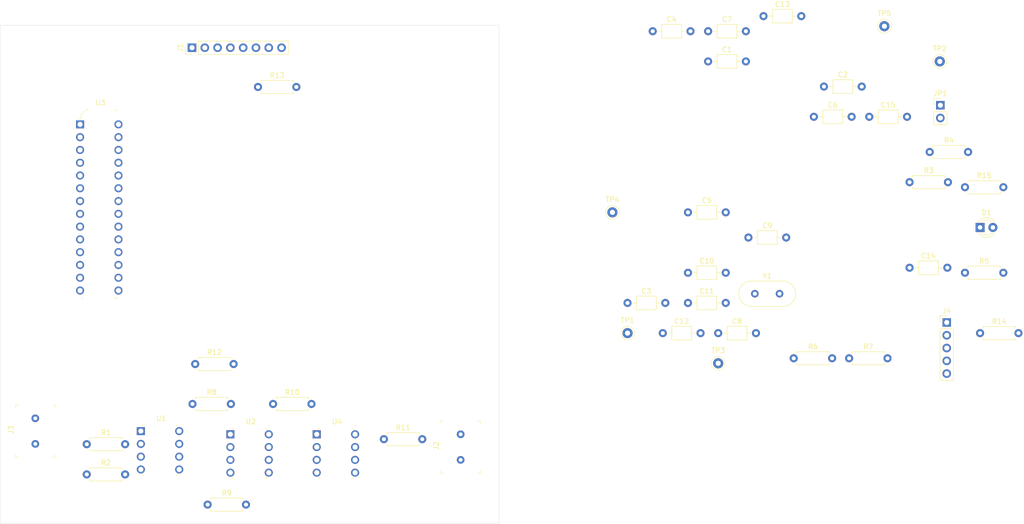
<source format=kicad_pcb>
(kicad_pcb (version 20171130) (host pcbnew "(5.1.0)-1")

  (general
    (thickness 1.6)
    (drawings 4)
    (tracks 0)
    (zones 0)
    (modules 46)
    (nets 34)
  )

  (page A4)
  (layers
    (0 F.Cu signal)
    (31 B.Cu signal)
    (32 B.Adhes user)
    (33 F.Adhes user)
    (34 B.Paste user)
    (35 F.Paste user)
    (36 B.SilkS user)
    (37 F.SilkS user)
    (38 B.Mask user)
    (39 F.Mask user)
    (40 Dwgs.User user)
    (41 Cmts.User user)
    (42 Eco1.User user)
    (43 Eco2.User user)
    (44 Edge.Cuts user)
    (45 Margin user)
    (46 B.CrtYd user)
    (47 F.CrtYd user)
    (48 B.Fab user)
    (49 F.Fab user)
  )

  (setup
    (last_trace_width 0.25)
    (trace_clearance 0.2)
    (zone_clearance 0.508)
    (zone_45_only no)
    (trace_min 0.2)
    (via_size 0.8)
    (via_drill 0.4)
    (via_min_size 0.4)
    (via_min_drill 0.3)
    (uvia_size 0.3)
    (uvia_drill 0.1)
    (uvias_allowed no)
    (uvia_min_size 0.2)
    (uvia_min_drill 0.1)
    (edge_width 0.05)
    (segment_width 0.2)
    (pcb_text_width 0.3)
    (pcb_text_size 1.5 1.5)
    (mod_edge_width 0.12)
    (mod_text_size 1 1)
    (mod_text_width 0.15)
    (pad_size 1.524 1.524)
    (pad_drill 0.762)
    (pad_to_mask_clearance 0.051)
    (solder_mask_min_width 0.25)
    (aux_axis_origin 0 0)
    (visible_elements FFFFFF7F)
    (pcbplotparams
      (layerselection 0x010fc_ffffffff)
      (usegerberextensions false)
      (usegerberattributes false)
      (usegerberadvancedattributes false)
      (creategerberjobfile false)
      (excludeedgelayer true)
      (linewidth 0.100000)
      (plotframeref false)
      (viasonmask false)
      (mode 1)
      (useauxorigin false)
      (hpglpennumber 1)
      (hpglpenspeed 20)
      (hpglpendiameter 15.000000)
      (psnegative false)
      (psa4output false)
      (plotreference true)
      (plotvalue true)
      (plotinvisibletext false)
      (padsonsilk false)
      (subtractmaskfromsilk false)
      (outputformat 1)
      (mirror false)
      (drillshape 1)
      (scaleselection 1)
      (outputdirectory ""))
  )

  (net 0 "")
  (net 1 +5V)
  (net 2 GND)
  (net 3 "Net-(C3-Pad2)")
  (net 4 "Net-(C3-Pad1)")
  (net 5 "Net-(C6-Pad1)")
  (net 6 "Net-(C8-Pad2)")
  (net 7 "Net-(C8-Pad1)")
  (net 8 "Net-(C9-Pad1)")
  (net 9 /OSC1)
  (net 10 /OSC2)
  (net 11 "Net-(C12-Pad1)")
  (net 12 "Net-(C12-Pad2)")
  (net 13 "Net-(C13-Pad1)")
  (net 14 "Net-(C14-Pad1)")
  (net 15 /C1IN1-)
  (net 16 "Net-(C15-Pad2)")
  (net 17 "Net-(D1-Pad2)")
  (net 18 /SCK2)
  (net 19 /SDO2)
  (net 20 /~SS2)
  (net 21 /U1TX)
  (net 22 /U1RX)
  (net 23 /SIGNAL_TX)
  (net 24 /PGEC2)
  (net 25 /PGED2)
  (net 26 /~MCLR)
  (net 27 /C1IN1+)
  (net 28 /CVREF1O)
  (net 29 /C2IN1+)
  (net 30 /C4IN1+)
  (net 31 /C5IN1+)
  (net 32 /LED)
  (net 33 "Net-(U3-Pad2)")

  (net_class Default "Ceci est la Netclass par défaut."
    (clearance 0.2)
    (trace_width 0.25)
    (via_dia 0.8)
    (via_drill 0.4)
    (uvia_dia 0.3)
    (uvia_drill 0.1)
    (add_net +5V)
    (add_net /C1IN1+)
    (add_net /C1IN1-)
    (add_net /C2IN1+)
    (add_net /C4IN1+)
    (add_net /C5IN1+)
    (add_net /CVREF1O)
    (add_net /LED)
    (add_net /OSC1)
    (add_net /OSC2)
    (add_net /PGEC2)
    (add_net /PGED2)
    (add_net /SCK2)
    (add_net /SDO2)
    (add_net /SIGNAL_TX)
    (add_net /U1RX)
    (add_net /U1TX)
    (add_net /~MCLR)
    (add_net /~SS2)
    (add_net GND)
    (add_net "Net-(C12-Pad1)")
    (add_net "Net-(C12-Pad2)")
    (add_net "Net-(C13-Pad1)")
    (add_net "Net-(C14-Pad1)")
    (add_net "Net-(C15-Pad2)")
    (add_net "Net-(C3-Pad1)")
    (add_net "Net-(C3-Pad2)")
    (add_net "Net-(C6-Pad1)")
    (add_net "Net-(C8-Pad1)")
    (add_net "Net-(C8-Pad2)")
    (add_net "Net-(C9-Pad1)")
    (add_net "Net-(D1-Pad2)")
    (add_net "Net-(U3-Pad2)")
  )

  (module Capacitors_THT:C_Axial_L3.8mm_D2.6mm_P7.50mm_Horizontal placed (layer F.Cu) (tedit 597BC7C2) (tstamp 5CD4F2BF)
    (at 191.38 38.92)
    (descr "C, Axial series, Axial, Horizontal, pin pitch=7.5mm, , length*diameter=3.8*2.6mm^2, http://www.vishay.com/docs/45231/arseries.pdf")
    (tags "C Axial series Axial Horizontal pin pitch 7.5mm  length 3.8mm diameter 2.6mm")
    (path /5CD2F681)
    (fp_text reference C1 (at 3.75 -2.36) (layer F.SilkS)
      (effects (font (size 1 1) (thickness 0.15)))
    )
    (fp_text value 0.1u (at 3.75 2.36) (layer F.Fab)
      (effects (font (size 1 1) (thickness 0.15)))
    )
    (fp_line (start 1.85 -1.3) (end 1.85 1.3) (layer F.Fab) (width 0.1))
    (fp_line (start 1.85 1.3) (end 5.65 1.3) (layer F.Fab) (width 0.1))
    (fp_line (start 5.65 1.3) (end 5.65 -1.3) (layer F.Fab) (width 0.1))
    (fp_line (start 5.65 -1.3) (end 1.85 -1.3) (layer F.Fab) (width 0.1))
    (fp_line (start 0 0) (end 1.85 0) (layer F.Fab) (width 0.1))
    (fp_line (start 7.5 0) (end 5.65 0) (layer F.Fab) (width 0.1))
    (fp_line (start 1.79 -1.36) (end 1.79 1.36) (layer F.SilkS) (width 0.12))
    (fp_line (start 1.79 1.36) (end 5.71 1.36) (layer F.SilkS) (width 0.12))
    (fp_line (start 5.71 1.36) (end 5.71 -1.36) (layer F.SilkS) (width 0.12))
    (fp_line (start 5.71 -1.36) (end 1.79 -1.36) (layer F.SilkS) (width 0.12))
    (fp_line (start 0.98 0) (end 1.79 0) (layer F.SilkS) (width 0.12))
    (fp_line (start 6.52 0) (end 5.71 0) (layer F.SilkS) (width 0.12))
    (fp_line (start -1.05 -1.65) (end -1.05 1.65) (layer F.CrtYd) (width 0.05))
    (fp_line (start -1.05 1.65) (end 8.55 1.65) (layer F.CrtYd) (width 0.05))
    (fp_line (start 8.55 1.65) (end 8.55 -1.65) (layer F.CrtYd) (width 0.05))
    (fp_line (start 8.55 -1.65) (end -1.05 -1.65) (layer F.CrtYd) (width 0.05))
    (fp_text user %R (at 3.75 0) (layer F.Fab)
      (effects (font (size 1 1) (thickness 0.15)))
    )
    (pad 1 thru_hole circle (at 0 0) (size 1.6 1.6) (drill 0.8) (layers *.Cu *.Mask)
      (net 1 +5V))
    (pad 2 thru_hole oval (at 7.5 0) (size 1.6 1.6) (drill 0.8) (layers *.Cu *.Mask)
      (net 2 GND))
    (model ${KISYS3DMOD}/Capacitors_THT.3dshapes/C_Axial_L3.8mm_D2.6mm_P7.50mm_Horizontal.wrl
      (at (xyz 0 0 0))
      (scale (xyz 1 1 1))
      (rotate (xyz 0 0 0))
    )
  )

  (module Capacitors_THT:C_Axial_L3.8mm_D2.6mm_P7.50mm_Horizontal placed (layer F.Cu) (tedit 597BC7C2) (tstamp 5CD4F343)
    (at 214.38 43.92)
    (descr "C, Axial series, Axial, Horizontal, pin pitch=7.5mm, , length*diameter=3.8*2.6mm^2, http://www.vishay.com/docs/45231/arseries.pdf")
    (tags "C Axial series Axial Horizontal pin pitch 7.5mm  length 3.8mm diameter 2.6mm")
    (path /5CD30702)
    (fp_text reference C2 (at 3.75 -2.36) (layer F.SilkS)
      (effects (font (size 1 1) (thickness 0.15)))
    )
    (fp_text value 0.1u (at 3.75 2.36) (layer F.Fab)
      (effects (font (size 1 1) (thickness 0.15)))
    )
    (fp_text user %R (at 3.75 0) (layer F.Fab)
      (effects (font (size 1 1) (thickness 0.15)))
    )
    (fp_line (start 8.55 -1.65) (end -1.05 -1.65) (layer F.CrtYd) (width 0.05))
    (fp_line (start 8.55 1.65) (end 8.55 -1.65) (layer F.CrtYd) (width 0.05))
    (fp_line (start -1.05 1.65) (end 8.55 1.65) (layer F.CrtYd) (width 0.05))
    (fp_line (start -1.05 -1.65) (end -1.05 1.65) (layer F.CrtYd) (width 0.05))
    (fp_line (start 6.52 0) (end 5.71 0) (layer F.SilkS) (width 0.12))
    (fp_line (start 0.98 0) (end 1.79 0) (layer F.SilkS) (width 0.12))
    (fp_line (start 5.71 -1.36) (end 1.79 -1.36) (layer F.SilkS) (width 0.12))
    (fp_line (start 5.71 1.36) (end 5.71 -1.36) (layer F.SilkS) (width 0.12))
    (fp_line (start 1.79 1.36) (end 5.71 1.36) (layer F.SilkS) (width 0.12))
    (fp_line (start 1.79 -1.36) (end 1.79 1.36) (layer F.SilkS) (width 0.12))
    (fp_line (start 7.5 0) (end 5.65 0) (layer F.Fab) (width 0.1))
    (fp_line (start 0 0) (end 1.85 0) (layer F.Fab) (width 0.1))
    (fp_line (start 5.65 -1.3) (end 1.85 -1.3) (layer F.Fab) (width 0.1))
    (fp_line (start 5.65 1.3) (end 5.65 -1.3) (layer F.Fab) (width 0.1))
    (fp_line (start 1.85 1.3) (end 5.65 1.3) (layer F.Fab) (width 0.1))
    (fp_line (start 1.85 -1.3) (end 1.85 1.3) (layer F.Fab) (width 0.1))
    (pad 2 thru_hole oval (at 7.5 0) (size 1.6 1.6) (drill 0.8) (layers *.Cu *.Mask)
      (net 2 GND))
    (pad 1 thru_hole circle (at 0 0) (size 1.6 1.6) (drill 0.8) (layers *.Cu *.Mask)
      (net 1 +5V))
    (model ${KISYS3DMOD}/Capacitors_THT.3dshapes/C_Axial_L3.8mm_D2.6mm_P7.50mm_Horizontal.wrl
      (at (xyz 0 0 0))
      (scale (xyz 1 1 1))
      (rotate (xyz 0 0 0))
    )
  )

  (module Capacitors_THT:C_Axial_L3.8mm_D2.6mm_P7.50mm_Horizontal placed (layer F.Cu) (tedit 597BC7C2) (tstamp 5CD4F27D)
    (at 175.38 86.92)
    (descr "C, Axial series, Axial, Horizontal, pin pitch=7.5mm, , length*diameter=3.8*2.6mm^2, http://www.vishay.com/docs/45231/arseries.pdf")
    (tags "C Axial series Axial Horizontal pin pitch 7.5mm  length 3.8mm diameter 2.6mm")
    (path /5CD45655)
    (fp_text reference C3 (at 3.75 -2.36) (layer F.SilkS)
      (effects (font (size 1 1) (thickness 0.15)))
    )
    (fp_text value 100u (at 3.75 2.36) (layer F.Fab)
      (effects (font (size 1 1) (thickness 0.15)))
    )
    (fp_text user %R (at 3.75 0) (layer F.Fab)
      (effects (font (size 1 1) (thickness 0.15)))
    )
    (fp_line (start 8.55 -1.65) (end -1.05 -1.65) (layer F.CrtYd) (width 0.05))
    (fp_line (start 8.55 1.65) (end 8.55 -1.65) (layer F.CrtYd) (width 0.05))
    (fp_line (start -1.05 1.65) (end 8.55 1.65) (layer F.CrtYd) (width 0.05))
    (fp_line (start -1.05 -1.65) (end -1.05 1.65) (layer F.CrtYd) (width 0.05))
    (fp_line (start 6.52 0) (end 5.71 0) (layer F.SilkS) (width 0.12))
    (fp_line (start 0.98 0) (end 1.79 0) (layer F.SilkS) (width 0.12))
    (fp_line (start 5.71 -1.36) (end 1.79 -1.36) (layer F.SilkS) (width 0.12))
    (fp_line (start 5.71 1.36) (end 5.71 -1.36) (layer F.SilkS) (width 0.12))
    (fp_line (start 1.79 1.36) (end 5.71 1.36) (layer F.SilkS) (width 0.12))
    (fp_line (start 1.79 -1.36) (end 1.79 1.36) (layer F.SilkS) (width 0.12))
    (fp_line (start 7.5 0) (end 5.65 0) (layer F.Fab) (width 0.1))
    (fp_line (start 0 0) (end 1.85 0) (layer F.Fab) (width 0.1))
    (fp_line (start 5.65 -1.3) (end 1.85 -1.3) (layer F.Fab) (width 0.1))
    (fp_line (start 5.65 1.3) (end 5.65 -1.3) (layer F.Fab) (width 0.1))
    (fp_line (start 1.85 1.3) (end 5.65 1.3) (layer F.Fab) (width 0.1))
    (fp_line (start 1.85 -1.3) (end 1.85 1.3) (layer F.Fab) (width 0.1))
    (pad 2 thru_hole oval (at 7.5 0) (size 1.6 1.6) (drill 0.8) (layers *.Cu *.Mask)
      (net 3 "Net-(C3-Pad2)"))
    (pad 1 thru_hole circle (at 0 0) (size 1.6 1.6) (drill 0.8) (layers *.Cu *.Mask)
      (net 4 "Net-(C3-Pad1)"))
    (model ${KISYS3DMOD}/Capacitors_THT.3dshapes/C_Axial_L3.8mm_D2.6mm_P7.50mm_Horizontal.wrl
      (at (xyz 0 0 0))
      (scale (xyz 1 1 1))
      (rotate (xyz 0 0 0))
    )
  )

  (module Capacitors_THT:C_Axial_L3.8mm_D2.6mm_P7.50mm_Horizontal placed (layer F.Cu) (tedit 597BC7C2) (tstamp 5CD4F301)
    (at 180.38 32.92)
    (descr "C, Axial series, Axial, Horizontal, pin pitch=7.5mm, , length*diameter=3.8*2.6mm^2, http://www.vishay.com/docs/45231/arseries.pdf")
    (tags "C Axial series Axial Horizontal pin pitch 7.5mm  length 3.8mm diameter 2.6mm")
    (path /5CD3131A)
    (fp_text reference C4 (at 3.75 -2.36) (layer F.SilkS)
      (effects (font (size 1 1) (thickness 0.15)))
    )
    (fp_text value 0.1u (at 3.75 2.36) (layer F.Fab)
      (effects (font (size 1 1) (thickness 0.15)))
    )
    (fp_line (start 1.85 -1.3) (end 1.85 1.3) (layer F.Fab) (width 0.1))
    (fp_line (start 1.85 1.3) (end 5.65 1.3) (layer F.Fab) (width 0.1))
    (fp_line (start 5.65 1.3) (end 5.65 -1.3) (layer F.Fab) (width 0.1))
    (fp_line (start 5.65 -1.3) (end 1.85 -1.3) (layer F.Fab) (width 0.1))
    (fp_line (start 0 0) (end 1.85 0) (layer F.Fab) (width 0.1))
    (fp_line (start 7.5 0) (end 5.65 0) (layer F.Fab) (width 0.1))
    (fp_line (start 1.79 -1.36) (end 1.79 1.36) (layer F.SilkS) (width 0.12))
    (fp_line (start 1.79 1.36) (end 5.71 1.36) (layer F.SilkS) (width 0.12))
    (fp_line (start 5.71 1.36) (end 5.71 -1.36) (layer F.SilkS) (width 0.12))
    (fp_line (start 5.71 -1.36) (end 1.79 -1.36) (layer F.SilkS) (width 0.12))
    (fp_line (start 0.98 0) (end 1.79 0) (layer F.SilkS) (width 0.12))
    (fp_line (start 6.52 0) (end 5.71 0) (layer F.SilkS) (width 0.12))
    (fp_line (start -1.05 -1.65) (end -1.05 1.65) (layer F.CrtYd) (width 0.05))
    (fp_line (start -1.05 1.65) (end 8.55 1.65) (layer F.CrtYd) (width 0.05))
    (fp_line (start 8.55 1.65) (end 8.55 -1.65) (layer F.CrtYd) (width 0.05))
    (fp_line (start 8.55 -1.65) (end -1.05 -1.65) (layer F.CrtYd) (width 0.05))
    (fp_text user %R (at 3.75 0) (layer F.Fab)
      (effects (font (size 1 1) (thickness 0.15)))
    )
    (pad 1 thru_hole circle (at 0 0) (size 1.6 1.6) (drill 0.8) (layers *.Cu *.Mask)
      (net 1 +5V))
    (pad 2 thru_hole oval (at 7.5 0) (size 1.6 1.6) (drill 0.8) (layers *.Cu *.Mask)
      (net 2 GND))
    (model ${KISYS3DMOD}/Capacitors_THT.3dshapes/C_Axial_L3.8mm_D2.6mm_P7.50mm_Horizontal.wrl
      (at (xyz 0 0 0))
      (scale (xyz 1 1 1))
      (rotate (xyz 0 0 0))
    )
  )

  (module Capacitors_THT:C_Axial_L3.8mm_D2.6mm_P7.50mm_Horizontal placed (layer F.Cu) (tedit 597BC7C2) (tstamp 5CD4EB72)
    (at 187.38 68.92)
    (descr "C, Axial series, Axial, Horizontal, pin pitch=7.5mm, , length*diameter=3.8*2.6mm^2, http://www.vishay.com/docs/45231/arseries.pdf")
    (tags "C Axial series Axial Horizontal pin pitch 7.5mm  length 3.8mm diameter 2.6mm")
    (path /5CD16E83)
    (fp_text reference C5 (at 3.75 -2.36) (layer F.SilkS)
      (effects (font (size 1 1) (thickness 0.15)))
    )
    (fp_text value 0.1u (at 3.75 2.36) (layer F.Fab)
      (effects (font (size 1 1) (thickness 0.15)))
    )
    (fp_line (start 1.85 -1.3) (end 1.85 1.3) (layer F.Fab) (width 0.1))
    (fp_line (start 1.85 1.3) (end 5.65 1.3) (layer F.Fab) (width 0.1))
    (fp_line (start 5.65 1.3) (end 5.65 -1.3) (layer F.Fab) (width 0.1))
    (fp_line (start 5.65 -1.3) (end 1.85 -1.3) (layer F.Fab) (width 0.1))
    (fp_line (start 0 0) (end 1.85 0) (layer F.Fab) (width 0.1))
    (fp_line (start 7.5 0) (end 5.65 0) (layer F.Fab) (width 0.1))
    (fp_line (start 1.79 -1.36) (end 1.79 1.36) (layer F.SilkS) (width 0.12))
    (fp_line (start 1.79 1.36) (end 5.71 1.36) (layer F.SilkS) (width 0.12))
    (fp_line (start 5.71 1.36) (end 5.71 -1.36) (layer F.SilkS) (width 0.12))
    (fp_line (start 5.71 -1.36) (end 1.79 -1.36) (layer F.SilkS) (width 0.12))
    (fp_line (start 0.98 0) (end 1.79 0) (layer F.SilkS) (width 0.12))
    (fp_line (start 6.52 0) (end 5.71 0) (layer F.SilkS) (width 0.12))
    (fp_line (start -1.05 -1.65) (end -1.05 1.65) (layer F.CrtYd) (width 0.05))
    (fp_line (start -1.05 1.65) (end 8.55 1.65) (layer F.CrtYd) (width 0.05))
    (fp_line (start 8.55 1.65) (end 8.55 -1.65) (layer F.CrtYd) (width 0.05))
    (fp_line (start 8.55 -1.65) (end -1.05 -1.65) (layer F.CrtYd) (width 0.05))
    (fp_text user %R (at 3.75 0) (layer F.Fab)
      (effects (font (size 1 1) (thickness 0.15)))
    )
    (pad 1 thru_hole circle (at 0 0) (size 1.6 1.6) (drill 0.8) (layers *.Cu *.Mask)
      (net 1 +5V))
    (pad 2 thru_hole oval (at 7.5 0) (size 1.6 1.6) (drill 0.8) (layers *.Cu *.Mask)
      (net 2 GND))
    (model ${KISYS3DMOD}/Capacitors_THT.3dshapes/C_Axial_L3.8mm_D2.6mm_P7.50mm_Horizontal.wrl
      (at (xyz 0 0 0))
      (scale (xyz 1 1 1))
      (rotate (xyz 0 0 0))
    )
  )

  (module Capacitors_THT:C_Axial_L3.8mm_D2.6mm_P7.50mm_Horizontal placed (layer F.Cu) (tedit 597BC7C2) (tstamp 5CD4EBB4)
    (at 212.38 49.92)
    (descr "C, Axial series, Axial, Horizontal, pin pitch=7.5mm, , length*diameter=3.8*2.6mm^2, http://www.vishay.com/docs/45231/arseries.pdf")
    (tags "C Axial series Axial Horizontal pin pitch 7.5mm  length 3.8mm diameter 2.6mm")
    (path /5CD476AC)
    (fp_text reference C6 (at 3.75 -2.36) (layer F.SilkS)
      (effects (font (size 1 1) (thickness 0.15)))
    )
    (fp_text value 100u (at 3.75 2.36) (layer F.Fab)
      (effects (font (size 1 1) (thickness 0.15)))
    )
    (fp_text user %R (at 3.75 0) (layer F.Fab)
      (effects (font (size 1 1) (thickness 0.15)))
    )
    (fp_line (start 8.55 -1.65) (end -1.05 -1.65) (layer F.CrtYd) (width 0.05))
    (fp_line (start 8.55 1.65) (end 8.55 -1.65) (layer F.CrtYd) (width 0.05))
    (fp_line (start -1.05 1.65) (end 8.55 1.65) (layer F.CrtYd) (width 0.05))
    (fp_line (start -1.05 -1.65) (end -1.05 1.65) (layer F.CrtYd) (width 0.05))
    (fp_line (start 6.52 0) (end 5.71 0) (layer F.SilkS) (width 0.12))
    (fp_line (start 0.98 0) (end 1.79 0) (layer F.SilkS) (width 0.12))
    (fp_line (start 5.71 -1.36) (end 1.79 -1.36) (layer F.SilkS) (width 0.12))
    (fp_line (start 5.71 1.36) (end 5.71 -1.36) (layer F.SilkS) (width 0.12))
    (fp_line (start 1.79 1.36) (end 5.71 1.36) (layer F.SilkS) (width 0.12))
    (fp_line (start 1.79 -1.36) (end 1.79 1.36) (layer F.SilkS) (width 0.12))
    (fp_line (start 7.5 0) (end 5.65 0) (layer F.Fab) (width 0.1))
    (fp_line (start 0 0) (end 1.85 0) (layer F.Fab) (width 0.1))
    (fp_line (start 5.65 -1.3) (end 1.85 -1.3) (layer F.Fab) (width 0.1))
    (fp_line (start 5.65 1.3) (end 5.65 -1.3) (layer F.Fab) (width 0.1))
    (fp_line (start 1.85 1.3) (end 5.65 1.3) (layer F.Fab) (width 0.1))
    (fp_line (start 1.85 -1.3) (end 1.85 1.3) (layer F.Fab) (width 0.1))
    (pad 2 thru_hole oval (at 7.5 0) (size 1.6 1.6) (drill 0.8) (layers *.Cu *.Mask)
      (net 2 GND))
    (pad 1 thru_hole circle (at 0 0) (size 1.6 1.6) (drill 0.8) (layers *.Cu *.Mask)
      (net 5 "Net-(C6-Pad1)"))
    (model ${KISYS3DMOD}/Capacitors_THT.3dshapes/C_Axial_L3.8mm_D2.6mm_P7.50mm_Horizontal.wrl
      (at (xyz 0 0 0))
      (scale (xyz 1 1 1))
      (rotate (xyz 0 0 0))
    )
  )

  (module Capacitors_THT:C_Axial_L3.8mm_D2.6mm_P7.50mm_Horizontal placed (layer F.Cu) (tedit 597BC7C2) (tstamp 5CD4EBF6)
    (at 191.38 32.92)
    (descr "C, Axial series, Axial, Horizontal, pin pitch=7.5mm, , length*diameter=3.8*2.6mm^2, http://www.vishay.com/docs/45231/arseries.pdf")
    (tags "C Axial series Axial Horizontal pin pitch 7.5mm  length 3.8mm diameter 2.6mm")
    (path /5CD1CC9A)
    (fp_text reference C7 (at 3.75 -2.36) (layer F.SilkS)
      (effects (font (size 1 1) (thickness 0.15)))
    )
    (fp_text value 0.1u (at 3.75 2.36) (layer F.Fab)
      (effects (font (size 1 1) (thickness 0.15)))
    )
    (fp_text user %R (at 3.75 0) (layer F.Fab)
      (effects (font (size 1 1) (thickness 0.15)))
    )
    (fp_line (start 8.55 -1.65) (end -1.05 -1.65) (layer F.CrtYd) (width 0.05))
    (fp_line (start 8.55 1.65) (end 8.55 -1.65) (layer F.CrtYd) (width 0.05))
    (fp_line (start -1.05 1.65) (end 8.55 1.65) (layer F.CrtYd) (width 0.05))
    (fp_line (start -1.05 -1.65) (end -1.05 1.65) (layer F.CrtYd) (width 0.05))
    (fp_line (start 6.52 0) (end 5.71 0) (layer F.SilkS) (width 0.12))
    (fp_line (start 0.98 0) (end 1.79 0) (layer F.SilkS) (width 0.12))
    (fp_line (start 5.71 -1.36) (end 1.79 -1.36) (layer F.SilkS) (width 0.12))
    (fp_line (start 5.71 1.36) (end 5.71 -1.36) (layer F.SilkS) (width 0.12))
    (fp_line (start 1.79 1.36) (end 5.71 1.36) (layer F.SilkS) (width 0.12))
    (fp_line (start 1.79 -1.36) (end 1.79 1.36) (layer F.SilkS) (width 0.12))
    (fp_line (start 7.5 0) (end 5.65 0) (layer F.Fab) (width 0.1))
    (fp_line (start 0 0) (end 1.85 0) (layer F.Fab) (width 0.1))
    (fp_line (start 5.65 -1.3) (end 1.85 -1.3) (layer F.Fab) (width 0.1))
    (fp_line (start 5.65 1.3) (end 5.65 -1.3) (layer F.Fab) (width 0.1))
    (fp_line (start 1.85 1.3) (end 5.65 1.3) (layer F.Fab) (width 0.1))
    (fp_line (start 1.85 -1.3) (end 1.85 1.3) (layer F.Fab) (width 0.1))
    (pad 2 thru_hole oval (at 7.5 0) (size 1.6 1.6) (drill 0.8) (layers *.Cu *.Mask)
      (net 2 GND))
    (pad 1 thru_hole circle (at 0 0) (size 1.6 1.6) (drill 0.8) (layers *.Cu *.Mask)
      (net 1 +5V))
    (model ${KISYS3DMOD}/Capacitors_THT.3dshapes/C_Axial_L3.8mm_D2.6mm_P7.50mm_Horizontal.wrl
      (at (xyz 0 0 0))
      (scale (xyz 1 1 1))
      (rotate (xyz 0 0 0))
    )
  )

  (module Capacitors_THT:C_Axial_L3.8mm_D2.6mm_P7.50mm_Horizontal placed (layer F.Cu) (tedit 597BC7C2) (tstamp 5CD4EAFA)
    (at 193.38 92.92)
    (descr "C, Axial series, Axial, Horizontal, pin pitch=7.5mm, , length*diameter=3.8*2.6mm^2, http://www.vishay.com/docs/45231/arseries.pdf")
    (tags "C Axial series Axial Horizontal pin pitch 7.5mm  length 3.8mm diameter 2.6mm")
    (path /5CD72FA3)
    (fp_text reference C8 (at 3.75 -2.36) (layer F.SilkS)
      (effects (font (size 1 1) (thickness 0.15)))
    )
    (fp_text value 100u (at 3.75 2.36) (layer F.Fab)
      (effects (font (size 1 1) (thickness 0.15)))
    )
    (fp_text user %R (at 3.75 0) (layer F.Fab)
      (effects (font (size 1 1) (thickness 0.15)))
    )
    (fp_line (start 8.55 -1.65) (end -1.05 -1.65) (layer F.CrtYd) (width 0.05))
    (fp_line (start 8.55 1.65) (end 8.55 -1.65) (layer F.CrtYd) (width 0.05))
    (fp_line (start -1.05 1.65) (end 8.55 1.65) (layer F.CrtYd) (width 0.05))
    (fp_line (start -1.05 -1.65) (end -1.05 1.65) (layer F.CrtYd) (width 0.05))
    (fp_line (start 6.52 0) (end 5.71 0) (layer F.SilkS) (width 0.12))
    (fp_line (start 0.98 0) (end 1.79 0) (layer F.SilkS) (width 0.12))
    (fp_line (start 5.71 -1.36) (end 1.79 -1.36) (layer F.SilkS) (width 0.12))
    (fp_line (start 5.71 1.36) (end 5.71 -1.36) (layer F.SilkS) (width 0.12))
    (fp_line (start 1.79 1.36) (end 5.71 1.36) (layer F.SilkS) (width 0.12))
    (fp_line (start 1.79 -1.36) (end 1.79 1.36) (layer F.SilkS) (width 0.12))
    (fp_line (start 7.5 0) (end 5.65 0) (layer F.Fab) (width 0.1))
    (fp_line (start 0 0) (end 1.85 0) (layer F.Fab) (width 0.1))
    (fp_line (start 5.65 -1.3) (end 1.85 -1.3) (layer F.Fab) (width 0.1))
    (fp_line (start 5.65 1.3) (end 5.65 -1.3) (layer F.Fab) (width 0.1))
    (fp_line (start 1.85 1.3) (end 5.65 1.3) (layer F.Fab) (width 0.1))
    (fp_line (start 1.85 -1.3) (end 1.85 1.3) (layer F.Fab) (width 0.1))
    (pad 2 thru_hole oval (at 7.5 0) (size 1.6 1.6) (drill 0.8) (layers *.Cu *.Mask)
      (net 6 "Net-(C8-Pad2)"))
    (pad 1 thru_hole circle (at 0 0) (size 1.6 1.6) (drill 0.8) (layers *.Cu *.Mask)
      (net 7 "Net-(C8-Pad1)"))
    (model ${KISYS3DMOD}/Capacitors_THT.3dshapes/C_Axial_L3.8mm_D2.6mm_P7.50mm_Horizontal.wrl
      (at (xyz 0 0 0))
      (scale (xyz 1 1 1))
      (rotate (xyz 0 0 0))
    )
  )

  (module Capacitors_THT:C_Axial_L3.8mm_D2.6mm_P7.50mm_Horizontal placed (layer F.Cu) (tedit 597BC7C2) (tstamp 5CD4E971)
    (at 199.38 73.92)
    (descr "C, Axial series, Axial, Horizontal, pin pitch=7.5mm, , length*diameter=3.8*2.6mm^2, http://www.vishay.com/docs/45231/arseries.pdf")
    (tags "C Axial series Axial Horizontal pin pitch 7.5mm  length 3.8mm diameter 2.6mm")
    (path /5CD72FB5)
    (fp_text reference C9 (at 3.75 -2.36) (layer F.SilkS)
      (effects (font (size 1 1) (thickness 0.15)))
    )
    (fp_text value 100u (at 3.75 2.36) (layer F.Fab)
      (effects (font (size 1 1) (thickness 0.15)))
    )
    (fp_text user %R (at 3.75 0) (layer F.Fab)
      (effects (font (size 1 1) (thickness 0.15)))
    )
    (fp_line (start 8.55 -1.65) (end -1.05 -1.65) (layer F.CrtYd) (width 0.05))
    (fp_line (start 8.55 1.65) (end 8.55 -1.65) (layer F.CrtYd) (width 0.05))
    (fp_line (start -1.05 1.65) (end 8.55 1.65) (layer F.CrtYd) (width 0.05))
    (fp_line (start -1.05 -1.65) (end -1.05 1.65) (layer F.CrtYd) (width 0.05))
    (fp_line (start 6.52 0) (end 5.71 0) (layer F.SilkS) (width 0.12))
    (fp_line (start 0.98 0) (end 1.79 0) (layer F.SilkS) (width 0.12))
    (fp_line (start 5.71 -1.36) (end 1.79 -1.36) (layer F.SilkS) (width 0.12))
    (fp_line (start 5.71 1.36) (end 5.71 -1.36) (layer F.SilkS) (width 0.12))
    (fp_line (start 1.79 1.36) (end 5.71 1.36) (layer F.SilkS) (width 0.12))
    (fp_line (start 1.79 -1.36) (end 1.79 1.36) (layer F.SilkS) (width 0.12))
    (fp_line (start 7.5 0) (end 5.65 0) (layer F.Fab) (width 0.1))
    (fp_line (start 0 0) (end 1.85 0) (layer F.Fab) (width 0.1))
    (fp_line (start 5.65 -1.3) (end 1.85 -1.3) (layer F.Fab) (width 0.1))
    (fp_line (start 5.65 1.3) (end 5.65 -1.3) (layer F.Fab) (width 0.1))
    (fp_line (start 1.85 1.3) (end 5.65 1.3) (layer F.Fab) (width 0.1))
    (fp_line (start 1.85 -1.3) (end 1.85 1.3) (layer F.Fab) (width 0.1))
    (pad 2 thru_hole oval (at 7.5 0) (size 1.6 1.6) (drill 0.8) (layers *.Cu *.Mask)
      (net 2 GND))
    (pad 1 thru_hole circle (at 0 0) (size 1.6 1.6) (drill 0.8) (layers *.Cu *.Mask)
      (net 8 "Net-(C9-Pad1)"))
    (model ${KISYS3DMOD}/Capacitors_THT.3dshapes/C_Axial_L3.8mm_D2.6mm_P7.50mm_Horizontal.wrl
      (at (xyz 0 0 0))
      (scale (xyz 1 1 1))
      (rotate (xyz 0 0 0))
    )
  )

  (module Capacitors_THT:C_Axial_L3.8mm_D2.6mm_P7.50mm_Horizontal placed (layer F.Cu) (tedit 597BC7C2) (tstamp 5CD4E9B3)
    (at 187.38 80.92)
    (descr "C, Axial series, Axial, Horizontal, pin pitch=7.5mm, , length*diameter=3.8*2.6mm^2, http://www.vishay.com/docs/45231/arseries.pdf")
    (tags "C Axial series Axial Horizontal pin pitch 7.5mm  length 3.8mm diameter 2.6mm")
    (path /5CD3446F)
    (fp_text reference C10 (at 3.75 -2.36) (layer F.SilkS)
      (effects (font (size 1 1) (thickness 0.15)))
    )
    (fp_text value C (at 3.75 2.36) (layer F.Fab)
      (effects (font (size 1 1) (thickness 0.15)))
    )
    (fp_text user %R (at 3.75 0) (layer F.Fab)
      (effects (font (size 1 1) (thickness 0.15)))
    )
    (fp_line (start 8.55 -1.65) (end -1.05 -1.65) (layer F.CrtYd) (width 0.05))
    (fp_line (start 8.55 1.65) (end 8.55 -1.65) (layer F.CrtYd) (width 0.05))
    (fp_line (start -1.05 1.65) (end 8.55 1.65) (layer F.CrtYd) (width 0.05))
    (fp_line (start -1.05 -1.65) (end -1.05 1.65) (layer F.CrtYd) (width 0.05))
    (fp_line (start 6.52 0) (end 5.71 0) (layer F.SilkS) (width 0.12))
    (fp_line (start 0.98 0) (end 1.79 0) (layer F.SilkS) (width 0.12))
    (fp_line (start 5.71 -1.36) (end 1.79 -1.36) (layer F.SilkS) (width 0.12))
    (fp_line (start 5.71 1.36) (end 5.71 -1.36) (layer F.SilkS) (width 0.12))
    (fp_line (start 1.79 1.36) (end 5.71 1.36) (layer F.SilkS) (width 0.12))
    (fp_line (start 1.79 -1.36) (end 1.79 1.36) (layer F.SilkS) (width 0.12))
    (fp_line (start 7.5 0) (end 5.65 0) (layer F.Fab) (width 0.1))
    (fp_line (start 0 0) (end 1.85 0) (layer F.Fab) (width 0.1))
    (fp_line (start 5.65 -1.3) (end 1.85 -1.3) (layer F.Fab) (width 0.1))
    (fp_line (start 5.65 1.3) (end 5.65 -1.3) (layer F.Fab) (width 0.1))
    (fp_line (start 1.85 1.3) (end 5.65 1.3) (layer F.Fab) (width 0.1))
    (fp_line (start 1.85 -1.3) (end 1.85 1.3) (layer F.Fab) (width 0.1))
    (pad 2 thru_hole oval (at 7.5 0) (size 1.6 1.6) (drill 0.8) (layers *.Cu *.Mask)
      (net 2 GND))
    (pad 1 thru_hole circle (at 0 0) (size 1.6 1.6) (drill 0.8) (layers *.Cu *.Mask)
      (net 9 /OSC1))
    (model ${KISYS3DMOD}/Capacitors_THT.3dshapes/C_Axial_L3.8mm_D2.6mm_P7.50mm_Horizontal.wrl
      (at (xyz 0 0 0))
      (scale (xyz 1 1 1))
      (rotate (xyz 0 0 0))
    )
  )

  (module Capacitors_THT:C_Axial_L3.8mm_D2.6mm_P7.50mm_Horizontal placed (layer F.Cu) (tedit 597BC7C2) (tstamp 5CD4EA37)
    (at 187.38 86.92)
    (descr "C, Axial series, Axial, Horizontal, pin pitch=7.5mm, , length*diameter=3.8*2.6mm^2, http://www.vishay.com/docs/45231/arseries.pdf")
    (tags "C Axial series Axial Horizontal pin pitch 7.5mm  length 3.8mm diameter 2.6mm")
    (path /5CD34B09)
    (fp_text reference C11 (at 3.75 -2.36) (layer F.SilkS)
      (effects (font (size 1 1) (thickness 0.15)))
    )
    (fp_text value C (at 3.75 2.36) (layer F.Fab)
      (effects (font (size 1 1) (thickness 0.15)))
    )
    (fp_line (start 1.85 -1.3) (end 1.85 1.3) (layer F.Fab) (width 0.1))
    (fp_line (start 1.85 1.3) (end 5.65 1.3) (layer F.Fab) (width 0.1))
    (fp_line (start 5.65 1.3) (end 5.65 -1.3) (layer F.Fab) (width 0.1))
    (fp_line (start 5.65 -1.3) (end 1.85 -1.3) (layer F.Fab) (width 0.1))
    (fp_line (start 0 0) (end 1.85 0) (layer F.Fab) (width 0.1))
    (fp_line (start 7.5 0) (end 5.65 0) (layer F.Fab) (width 0.1))
    (fp_line (start 1.79 -1.36) (end 1.79 1.36) (layer F.SilkS) (width 0.12))
    (fp_line (start 1.79 1.36) (end 5.71 1.36) (layer F.SilkS) (width 0.12))
    (fp_line (start 5.71 1.36) (end 5.71 -1.36) (layer F.SilkS) (width 0.12))
    (fp_line (start 5.71 -1.36) (end 1.79 -1.36) (layer F.SilkS) (width 0.12))
    (fp_line (start 0.98 0) (end 1.79 0) (layer F.SilkS) (width 0.12))
    (fp_line (start 6.52 0) (end 5.71 0) (layer F.SilkS) (width 0.12))
    (fp_line (start -1.05 -1.65) (end -1.05 1.65) (layer F.CrtYd) (width 0.05))
    (fp_line (start -1.05 1.65) (end 8.55 1.65) (layer F.CrtYd) (width 0.05))
    (fp_line (start 8.55 1.65) (end 8.55 -1.65) (layer F.CrtYd) (width 0.05))
    (fp_line (start 8.55 -1.65) (end -1.05 -1.65) (layer F.CrtYd) (width 0.05))
    (fp_text user %R (at 3.75 0) (layer F.Fab)
      (effects (font (size 1 1) (thickness 0.15)))
    )
    (pad 1 thru_hole circle (at 0 0) (size 1.6 1.6) (drill 0.8) (layers *.Cu *.Mask)
      (net 10 /OSC2))
    (pad 2 thru_hole oval (at 7.5 0) (size 1.6 1.6) (drill 0.8) (layers *.Cu *.Mask)
      (net 2 GND))
    (model ${KISYS3DMOD}/Capacitors_THT.3dshapes/C_Axial_L3.8mm_D2.6mm_P7.50mm_Horizontal.wrl
      (at (xyz 0 0 0))
      (scale (xyz 1 1 1))
      (rotate (xyz 0 0 0))
    )
  )

  (module Capacitors_THT:C_Axial_L3.8mm_D2.6mm_P7.50mm_Horizontal placed (layer F.Cu) (tedit 597BC7C2) (tstamp 5CD4E8F0)
    (at 182.38 92.92)
    (descr "C, Axial series, Axial, Horizontal, pin pitch=7.5mm, , length*diameter=3.8*2.6mm^2, http://www.vishay.com/docs/45231/arseries.pdf")
    (tags "C Axial series Axial Horizontal pin pitch 7.5mm  length 3.8mm diameter 2.6mm")
    (path /5CD88BAC)
    (fp_text reference C12 (at 3.75 -2.36) (layer F.SilkS)
      (effects (font (size 1 1) (thickness 0.15)))
    )
    (fp_text value 100u (at 3.75 2.36) (layer F.Fab)
      (effects (font (size 1 1) (thickness 0.15)))
    )
    (fp_line (start 1.85 -1.3) (end 1.85 1.3) (layer F.Fab) (width 0.1))
    (fp_line (start 1.85 1.3) (end 5.65 1.3) (layer F.Fab) (width 0.1))
    (fp_line (start 5.65 1.3) (end 5.65 -1.3) (layer F.Fab) (width 0.1))
    (fp_line (start 5.65 -1.3) (end 1.85 -1.3) (layer F.Fab) (width 0.1))
    (fp_line (start 0 0) (end 1.85 0) (layer F.Fab) (width 0.1))
    (fp_line (start 7.5 0) (end 5.65 0) (layer F.Fab) (width 0.1))
    (fp_line (start 1.79 -1.36) (end 1.79 1.36) (layer F.SilkS) (width 0.12))
    (fp_line (start 1.79 1.36) (end 5.71 1.36) (layer F.SilkS) (width 0.12))
    (fp_line (start 5.71 1.36) (end 5.71 -1.36) (layer F.SilkS) (width 0.12))
    (fp_line (start 5.71 -1.36) (end 1.79 -1.36) (layer F.SilkS) (width 0.12))
    (fp_line (start 0.98 0) (end 1.79 0) (layer F.SilkS) (width 0.12))
    (fp_line (start 6.52 0) (end 5.71 0) (layer F.SilkS) (width 0.12))
    (fp_line (start -1.05 -1.65) (end -1.05 1.65) (layer F.CrtYd) (width 0.05))
    (fp_line (start -1.05 1.65) (end 8.55 1.65) (layer F.CrtYd) (width 0.05))
    (fp_line (start 8.55 1.65) (end 8.55 -1.65) (layer F.CrtYd) (width 0.05))
    (fp_line (start 8.55 -1.65) (end -1.05 -1.65) (layer F.CrtYd) (width 0.05))
    (fp_text user %R (at 3.75 0) (layer F.Fab)
      (effects (font (size 1 1) (thickness 0.15)))
    )
    (pad 1 thru_hole circle (at 0 0) (size 1.6 1.6) (drill 0.8) (layers *.Cu *.Mask)
      (net 11 "Net-(C12-Pad1)"))
    (pad 2 thru_hole oval (at 7.5 0) (size 1.6 1.6) (drill 0.8) (layers *.Cu *.Mask)
      (net 12 "Net-(C12-Pad2)"))
    (model ${KISYS3DMOD}/Capacitors_THT.3dshapes/C_Axial_L3.8mm_D2.6mm_P7.50mm_Horizontal.wrl
      (at (xyz 0 0 0))
      (scale (xyz 1 1 1))
      (rotate (xyz 0 0 0))
    )
  )

  (module Capacitors_THT:C_Axial_L3.8mm_D2.6mm_P7.50mm_Horizontal placed (layer F.Cu) (tedit 597BC7C2) (tstamp 5CD4E9F5)
    (at 202.38 29.92)
    (descr "C, Axial series, Axial, Horizontal, pin pitch=7.5mm, , length*diameter=3.8*2.6mm^2, http://www.vishay.com/docs/45231/arseries.pdf")
    (tags "C Axial series Axial Horizontal pin pitch 7.5mm  length 3.8mm diameter 2.6mm")
    (path /5CD88BBE)
    (fp_text reference C13 (at 3.75 -2.36) (layer F.SilkS)
      (effects (font (size 1 1) (thickness 0.15)))
    )
    (fp_text value 100u (at 3.75 2.36) (layer F.Fab)
      (effects (font (size 1 1) (thickness 0.15)))
    )
    (fp_line (start 1.85 -1.3) (end 1.85 1.3) (layer F.Fab) (width 0.1))
    (fp_line (start 1.85 1.3) (end 5.65 1.3) (layer F.Fab) (width 0.1))
    (fp_line (start 5.65 1.3) (end 5.65 -1.3) (layer F.Fab) (width 0.1))
    (fp_line (start 5.65 -1.3) (end 1.85 -1.3) (layer F.Fab) (width 0.1))
    (fp_line (start 0 0) (end 1.85 0) (layer F.Fab) (width 0.1))
    (fp_line (start 7.5 0) (end 5.65 0) (layer F.Fab) (width 0.1))
    (fp_line (start 1.79 -1.36) (end 1.79 1.36) (layer F.SilkS) (width 0.12))
    (fp_line (start 1.79 1.36) (end 5.71 1.36) (layer F.SilkS) (width 0.12))
    (fp_line (start 5.71 1.36) (end 5.71 -1.36) (layer F.SilkS) (width 0.12))
    (fp_line (start 5.71 -1.36) (end 1.79 -1.36) (layer F.SilkS) (width 0.12))
    (fp_line (start 0.98 0) (end 1.79 0) (layer F.SilkS) (width 0.12))
    (fp_line (start 6.52 0) (end 5.71 0) (layer F.SilkS) (width 0.12))
    (fp_line (start -1.05 -1.65) (end -1.05 1.65) (layer F.CrtYd) (width 0.05))
    (fp_line (start -1.05 1.65) (end 8.55 1.65) (layer F.CrtYd) (width 0.05))
    (fp_line (start 8.55 1.65) (end 8.55 -1.65) (layer F.CrtYd) (width 0.05))
    (fp_line (start 8.55 -1.65) (end -1.05 -1.65) (layer F.CrtYd) (width 0.05))
    (fp_text user %R (at 3.75 0) (layer F.Fab)
      (effects (font (size 1 1) (thickness 0.15)))
    )
    (pad 1 thru_hole circle (at 0 0) (size 1.6 1.6) (drill 0.8) (layers *.Cu *.Mask)
      (net 13 "Net-(C13-Pad1)"))
    (pad 2 thru_hole oval (at 7.5 0) (size 1.6 1.6) (drill 0.8) (layers *.Cu *.Mask)
      (net 2 GND))
    (model ${KISYS3DMOD}/Capacitors_THT.3dshapes/C_Axial_L3.8mm_D2.6mm_P7.50mm_Horizontal.wrl
      (at (xyz 0 0 0))
      (scale (xyz 1 1 1))
      (rotate (xyz 0 0 0))
    )
  )

  (module Capacitors_THT:C_Axial_L3.8mm_D2.6mm_P7.50mm_Horizontal placed (layer F.Cu) (tedit 597BC7C2) (tstamp 5CD4EAB8)
    (at 231.38 79.92)
    (descr "C, Axial series, Axial, Horizontal, pin pitch=7.5mm, , length*diameter=3.8*2.6mm^2, http://www.vishay.com/docs/45231/arseries.pdf")
    (tags "C Axial series Axial Horizontal pin pitch 7.5mm  length 3.8mm diameter 2.6mm")
    (path /5CD13BE5)
    (fp_text reference C14 (at 3.75 -2.36) (layer F.SilkS)
      (effects (font (size 1 1) (thickness 0.15)))
    )
    (fp_text value 10u (at 3.75 2.36) (layer F.Fab)
      (effects (font (size 1 1) (thickness 0.15)))
    )
    (fp_text user %R (at 3.75 0) (layer F.Fab)
      (effects (font (size 1 1) (thickness 0.15)))
    )
    (fp_line (start 8.55 -1.65) (end -1.05 -1.65) (layer F.CrtYd) (width 0.05))
    (fp_line (start 8.55 1.65) (end 8.55 -1.65) (layer F.CrtYd) (width 0.05))
    (fp_line (start -1.05 1.65) (end 8.55 1.65) (layer F.CrtYd) (width 0.05))
    (fp_line (start -1.05 -1.65) (end -1.05 1.65) (layer F.CrtYd) (width 0.05))
    (fp_line (start 6.52 0) (end 5.71 0) (layer F.SilkS) (width 0.12))
    (fp_line (start 0.98 0) (end 1.79 0) (layer F.SilkS) (width 0.12))
    (fp_line (start 5.71 -1.36) (end 1.79 -1.36) (layer F.SilkS) (width 0.12))
    (fp_line (start 5.71 1.36) (end 5.71 -1.36) (layer F.SilkS) (width 0.12))
    (fp_line (start 1.79 1.36) (end 5.71 1.36) (layer F.SilkS) (width 0.12))
    (fp_line (start 1.79 -1.36) (end 1.79 1.36) (layer F.SilkS) (width 0.12))
    (fp_line (start 7.5 0) (end 5.65 0) (layer F.Fab) (width 0.1))
    (fp_line (start 0 0) (end 1.85 0) (layer F.Fab) (width 0.1))
    (fp_line (start 5.65 -1.3) (end 1.85 -1.3) (layer F.Fab) (width 0.1))
    (fp_line (start 5.65 1.3) (end 5.65 -1.3) (layer F.Fab) (width 0.1))
    (fp_line (start 1.85 1.3) (end 5.65 1.3) (layer F.Fab) (width 0.1))
    (fp_line (start 1.85 -1.3) (end 1.85 1.3) (layer F.Fab) (width 0.1))
    (pad 2 thru_hole oval (at 7.5 0) (size 1.6 1.6) (drill 0.8) (layers *.Cu *.Mask)
      (net 2 GND))
    (pad 1 thru_hole circle (at 0 0) (size 1.6 1.6) (drill 0.8) (layers *.Cu *.Mask)
      (net 14 "Net-(C14-Pad1)"))
    (model ${KISYS3DMOD}/Capacitors_THT.3dshapes/C_Axial_L3.8mm_D2.6mm_P7.50mm_Horizontal.wrl
      (at (xyz 0 0 0))
      (scale (xyz 1 1 1))
      (rotate (xyz 0 0 0))
    )
  )

  (module Capacitors_THT:C_Axial_L3.8mm_D2.6mm_P7.50mm_Horizontal placed (layer F.Cu) (tedit 597BC7C2) (tstamp 5CD4EC38)
    (at 223.38 49.92)
    (descr "C, Axial series, Axial, Horizontal, pin pitch=7.5mm, , length*diameter=3.8*2.6mm^2, http://www.vishay.com/docs/45231/arseries.pdf")
    (tags "C Axial series Axial Horizontal pin pitch 7.5mm  length 3.8mm diameter 2.6mm")
    (path /5CDA9EFD)
    (fp_text reference C15 (at 3.75 -2.36) (layer F.SilkS)
      (effects (font (size 1 1) (thickness 0.15)))
    )
    (fp_text value 100u (at 3.75 2.36) (layer F.Fab)
      (effects (font (size 1 1) (thickness 0.15)))
    )
    (fp_line (start 1.85 -1.3) (end 1.85 1.3) (layer F.Fab) (width 0.1))
    (fp_line (start 1.85 1.3) (end 5.65 1.3) (layer F.Fab) (width 0.1))
    (fp_line (start 5.65 1.3) (end 5.65 -1.3) (layer F.Fab) (width 0.1))
    (fp_line (start 5.65 -1.3) (end 1.85 -1.3) (layer F.Fab) (width 0.1))
    (fp_line (start 0 0) (end 1.85 0) (layer F.Fab) (width 0.1))
    (fp_line (start 7.5 0) (end 5.65 0) (layer F.Fab) (width 0.1))
    (fp_line (start 1.79 -1.36) (end 1.79 1.36) (layer F.SilkS) (width 0.12))
    (fp_line (start 1.79 1.36) (end 5.71 1.36) (layer F.SilkS) (width 0.12))
    (fp_line (start 5.71 1.36) (end 5.71 -1.36) (layer F.SilkS) (width 0.12))
    (fp_line (start 5.71 -1.36) (end 1.79 -1.36) (layer F.SilkS) (width 0.12))
    (fp_line (start 0.98 0) (end 1.79 0) (layer F.SilkS) (width 0.12))
    (fp_line (start 6.52 0) (end 5.71 0) (layer F.SilkS) (width 0.12))
    (fp_line (start -1.05 -1.65) (end -1.05 1.65) (layer F.CrtYd) (width 0.05))
    (fp_line (start -1.05 1.65) (end 8.55 1.65) (layer F.CrtYd) (width 0.05))
    (fp_line (start 8.55 1.65) (end 8.55 -1.65) (layer F.CrtYd) (width 0.05))
    (fp_line (start 8.55 -1.65) (end -1.05 -1.65) (layer F.CrtYd) (width 0.05))
    (fp_text user %R (at 3.75 0) (layer F.Fab)
      (effects (font (size 1 1) (thickness 0.15)))
    )
    (pad 1 thru_hole circle (at 0 0) (size 1.6 1.6) (drill 0.8) (layers *.Cu *.Mask)
      (net 15 /C1IN1-))
    (pad 2 thru_hole oval (at 7.5 0) (size 1.6 1.6) (drill 0.8) (layers *.Cu *.Mask)
      (net 16 "Net-(C15-Pad2)"))
    (model ${KISYS3DMOD}/Capacitors_THT.3dshapes/C_Axial_L3.8mm_D2.6mm_P7.50mm_Horizontal.wrl
      (at (xyz 0 0 0))
      (scale (xyz 1 1 1))
      (rotate (xyz 0 0 0))
    )
  )

  (module LEDs:LED_D3.0mm placed (layer F.Cu) (tedit 587A3A7B) (tstamp 5CD4EB38)
    (at 245.38 71.92)
    (descr "LED, diameter 3.0mm, 2 pins")
    (tags "LED diameter 3.0mm 2 pins")
    (path /5CDA3791)
    (fp_text reference D1 (at 1.27 -2.96) (layer F.SilkS)
      (effects (font (size 1 1) (thickness 0.15)))
    )
    (fp_text value LED (at 1.27 2.96) (layer F.Fab)
      (effects (font (size 1 1) (thickness 0.15)))
    )
    (fp_line (start 3.7 -2.25) (end -1.15 -2.25) (layer F.CrtYd) (width 0.05))
    (fp_line (start 3.7 2.25) (end 3.7 -2.25) (layer F.CrtYd) (width 0.05))
    (fp_line (start -1.15 2.25) (end 3.7 2.25) (layer F.CrtYd) (width 0.05))
    (fp_line (start -1.15 -2.25) (end -1.15 2.25) (layer F.CrtYd) (width 0.05))
    (fp_line (start -0.29 1.08) (end -0.29 1.236) (layer F.SilkS) (width 0.12))
    (fp_line (start -0.29 -1.236) (end -0.29 -1.08) (layer F.SilkS) (width 0.12))
    (fp_line (start -0.23 -1.16619) (end -0.23 1.16619) (layer F.Fab) (width 0.1))
    (fp_circle (center 1.27 0) (end 2.77 0) (layer F.Fab) (width 0.1))
    (fp_arc (start 1.27 0) (end 0.229039 1.08) (angle -87.9) (layer F.SilkS) (width 0.12))
    (fp_arc (start 1.27 0) (end 0.229039 -1.08) (angle 87.9) (layer F.SilkS) (width 0.12))
    (fp_arc (start 1.27 0) (end -0.29 1.235516) (angle -108.8) (layer F.SilkS) (width 0.12))
    (fp_arc (start 1.27 0) (end -0.29 -1.235516) (angle 108.8) (layer F.SilkS) (width 0.12))
    (fp_arc (start 1.27 0) (end -0.23 -1.16619) (angle 284.3) (layer F.Fab) (width 0.1))
    (pad 2 thru_hole circle (at 2.54 0) (size 1.8 1.8) (drill 0.9) (layers *.Cu *.Mask)
      (net 17 "Net-(D1-Pad2)"))
    (pad 1 thru_hole rect (at 0 0) (size 1.8 1.8) (drill 0.9) (layers *.Cu *.Mask)
      (net 2 GND))
    (model ${KISYS3DMOD}/LEDs.3dshapes/LED_D3.0mm.wrl
      (at (xyz 0 0 0))
      (scale (xyz 0.393701 0.393701 0.393701))
      (rotate (xyz 0 0 0))
    )
  )

  (module digikey-footprints:Term_Block_1x2_P5.08MM (layer F.Cu) (tedit 5CAF49A1) (tstamp 5CD4E931)
    (at 142.24 118.11 90)
    (descr http://www.on-shore.com/wp-content/uploads/2015/09/osttcxx2162.pdf)
    (path /5CD3B81A)
    (fp_text reference J2 (at 2.794 -4.826 90) (layer F.SilkS)
      (effects (font (size 1 1) (thickness 0.15)))
    )
    (fp_text value OSTTC022162 (at 2.032 5.09 90) (layer F.Fab)
      (effects (font (size 1 1) (thickness 0.15)))
    )
    (fp_line (start -2.54 -3.8) (end -2.54 3.8) (layer F.Fab) (width 0.1))
    (fp_line (start -2.54 -3.8) (end 7.62 -3.8) (layer F.Fab) (width 0.1))
    (fp_line (start 7.62 -3.8) (end 7.62 3.8) (layer F.Fab) (width 0.1))
    (fp_line (start -2.54 3.8) (end 7.62 3.8) (layer F.Fab) (width 0.1))
    (fp_line (start -2.65 -3.9) (end -2.15 -3.9) (layer F.SilkS) (width 0.1))
    (fp_line (start -2.65 -3.9) (end -2.65 -3.4) (layer F.SilkS) (width 0.1))
    (fp_line (start -2.65 3.4) (end -2.65 3.9) (layer F.SilkS) (width 0.1))
    (fp_line (start -2.65 3.9) (end -2.15 3.9) (layer F.SilkS) (width 0.1))
    (fp_line (start 7.728 3.42) (end 7.728 3.92) (layer F.SilkS) (width 0.1))
    (fp_line (start 7.728 3.92) (end 7.228 3.92) (layer F.SilkS) (width 0.1))
    (fp_line (start 7.738 -3.9) (end 7.738 -3.4) (layer F.SilkS) (width 0.1))
    (fp_line (start 7.738 -3.9) (end 7.238 -3.9) (layer F.SilkS) (width 0.1))
    (fp_line (start 7.874 -4.064) (end -2.75 -4.05) (layer F.CrtYd) (width 0.05))
    (fp_line (start 7.874 -4.05) (end 7.874 4.05) (layer F.CrtYd) (width 0.05))
    (fp_line (start 7.874 4.064) (end -2.75 4.05) (layer F.CrtYd) (width 0.05))
    (fp_line (start -2.75 -4.05) (end -2.75 4.05) (layer F.CrtYd) (width 0.05))
    (pad 2 thru_hole circle (at 5.08 0 90) (size 1.524 1.524) (drill 0.762) (layers *.Cu *.Mask)
      (net 2 GND))
    (pad 1 thru_hole circle (at 0 0 90) (size 1.524 1.524) (drill 0.762) (layers *.Cu *.Mask)
      (net 3 "Net-(C3-Pad2)"))
  )

  (module digikey-footprints:Term_Block_1x2_P5.08MM (layer F.Cu) (tedit 5CAF49A1) (tstamp 5CD4EA78)
    (at 57.785 114.935 90)
    (descr http://www.on-shore.com/wp-content/uploads/2015/09/osttcxx2162.pdf)
    (path /5CD3D64B)
    (fp_text reference J3 (at 2.794 -4.826 90) (layer F.SilkS)
      (effects (font (size 1 1) (thickness 0.15)))
    )
    (fp_text value OSTTC022162 (at 2.032 5.09 90) (layer F.Fab)
      (effects (font (size 1 1) (thickness 0.15)))
    )
    (fp_line (start -2.75 -4.05) (end -2.75 4.05) (layer F.CrtYd) (width 0.05))
    (fp_line (start 7.874 4.064) (end -2.75 4.05) (layer F.CrtYd) (width 0.05))
    (fp_line (start 7.874 -4.05) (end 7.874 4.05) (layer F.CrtYd) (width 0.05))
    (fp_line (start 7.874 -4.064) (end -2.75 -4.05) (layer F.CrtYd) (width 0.05))
    (fp_line (start 7.738 -3.9) (end 7.238 -3.9) (layer F.SilkS) (width 0.1))
    (fp_line (start 7.738 -3.9) (end 7.738 -3.4) (layer F.SilkS) (width 0.1))
    (fp_line (start 7.728 3.92) (end 7.228 3.92) (layer F.SilkS) (width 0.1))
    (fp_line (start 7.728 3.42) (end 7.728 3.92) (layer F.SilkS) (width 0.1))
    (fp_line (start -2.65 3.9) (end -2.15 3.9) (layer F.SilkS) (width 0.1))
    (fp_line (start -2.65 3.4) (end -2.65 3.9) (layer F.SilkS) (width 0.1))
    (fp_line (start -2.65 -3.9) (end -2.65 -3.4) (layer F.SilkS) (width 0.1))
    (fp_line (start -2.65 -3.9) (end -2.15 -3.9) (layer F.SilkS) (width 0.1))
    (fp_line (start -2.54 3.8) (end 7.62 3.8) (layer F.Fab) (width 0.1))
    (fp_line (start 7.62 -3.8) (end 7.62 3.8) (layer F.Fab) (width 0.1))
    (fp_line (start -2.54 -3.8) (end 7.62 -3.8) (layer F.Fab) (width 0.1))
    (fp_line (start -2.54 -3.8) (end -2.54 3.8) (layer F.Fab) (width 0.1))
    (pad 1 thru_hole circle (at 0 0 90) (size 1.524 1.524) (drill 0.762) (layers *.Cu *.Mask)
      (net 23 /SIGNAL_TX))
    (pad 2 thru_hole circle (at 5.08 0 90) (size 1.524 1.524) (drill 0.762) (layers *.Cu *.Mask)
      (net 2 GND))
  )

  (module Resistors_THT:R_Axial_DIN0207_L6.3mm_D2.5mm_P7.62mm_Horizontal placed (layer F.Cu) (tedit 5874F706) (tstamp 5CD4EC79)
    (at 68 115)
    (descr "Resistor, Axial_DIN0207 series, Axial, Horizontal, pin pitch=7.62mm, 0.25W = 1/4W, length*diameter=6.3*2.5mm^2, http://cdn-reichelt.de/documents/datenblatt/B400/1_4W%23YAG.pdf")
    (tags "Resistor Axial_DIN0207 series Axial Horizontal pin pitch 7.62mm 0.25W = 1/4W length 6.3mm diameter 2.5mm")
    (path /5CD45B1D)
    (fp_text reference R1 (at 3.81 -2.31) (layer F.SilkS)
      (effects (font (size 1 1) (thickness 0.15)))
    )
    (fp_text value 10k (at 3.81 2.31) (layer F.Fab)
      (effects (font (size 1 1) (thickness 0.15)))
    )
    (fp_line (start 8.7 -1.6) (end -1.05 -1.6) (layer F.CrtYd) (width 0.05))
    (fp_line (start 8.7 1.6) (end 8.7 -1.6) (layer F.CrtYd) (width 0.05))
    (fp_line (start -1.05 1.6) (end 8.7 1.6) (layer F.CrtYd) (width 0.05))
    (fp_line (start -1.05 -1.6) (end -1.05 1.6) (layer F.CrtYd) (width 0.05))
    (fp_line (start 7.02 1.31) (end 7.02 0.98) (layer F.SilkS) (width 0.12))
    (fp_line (start 0.6 1.31) (end 7.02 1.31) (layer F.SilkS) (width 0.12))
    (fp_line (start 0.6 0.98) (end 0.6 1.31) (layer F.SilkS) (width 0.12))
    (fp_line (start 7.02 -1.31) (end 7.02 -0.98) (layer F.SilkS) (width 0.12))
    (fp_line (start 0.6 -1.31) (end 7.02 -1.31) (layer F.SilkS) (width 0.12))
    (fp_line (start 0.6 -0.98) (end 0.6 -1.31) (layer F.SilkS) (width 0.12))
    (fp_line (start 7.62 0) (end 6.96 0) (layer F.Fab) (width 0.1))
    (fp_line (start 0 0) (end 0.66 0) (layer F.Fab) (width 0.1))
    (fp_line (start 6.96 -1.25) (end 0.66 -1.25) (layer F.Fab) (width 0.1))
    (fp_line (start 6.96 1.25) (end 6.96 -1.25) (layer F.Fab) (width 0.1))
    (fp_line (start 0.66 1.25) (end 6.96 1.25) (layer F.Fab) (width 0.1))
    (fp_line (start 0.66 -1.25) (end 0.66 1.25) (layer F.Fab) (width 0.1))
    (pad 2 thru_hole oval (at 7.62 0) (size 1.6 1.6) (drill 0.8) (layers *.Cu *.Mask)
      (net 4 "Net-(C3-Pad1)"))
    (pad 1 thru_hole circle (at 0 0) (size 1.6 1.6) (drill 0.8) (layers *.Cu *.Mask)
      (net 1 +5V))
    (model ${KISYS3DMOD}/Resistors_THT.3dshapes/R_Axial_DIN0207_L6.3mm_D2.5mm_P7.62mm_Horizontal.wrl
      (at (xyz 0 0 0))
      (scale (xyz 0.393701 0.393701 0.393701))
      (rotate (xyz 0 0 0))
    )
  )

  (module Resistors_THT:R_Axial_DIN0207_L6.3mm_D2.5mm_P7.62mm_Horizontal placed (layer F.Cu) (tedit 5874F706) (tstamp 5CD4ECBB)
    (at 68 121)
    (descr "Resistor, Axial_DIN0207 series, Axial, Horizontal, pin pitch=7.62mm, 0.25W = 1/4W, length*diameter=6.3*2.5mm^2, http://cdn-reichelt.de/documents/datenblatt/B400/1_4W%23YAG.pdf")
    (tags "Resistor Axial_DIN0207 series Axial Horizontal pin pitch 7.62mm 0.25W = 1/4W length 6.3mm diameter 2.5mm")
    (path /5CD4676F)
    (fp_text reference R2 (at 3.81 -2.31) (layer F.SilkS)
      (effects (font (size 1 1) (thickness 0.15)))
    )
    (fp_text value 10k (at 3.81 2.31) (layer F.Fab)
      (effects (font (size 1 1) (thickness 0.15)))
    )
    (fp_line (start 0.66 -1.25) (end 0.66 1.25) (layer F.Fab) (width 0.1))
    (fp_line (start 0.66 1.25) (end 6.96 1.25) (layer F.Fab) (width 0.1))
    (fp_line (start 6.96 1.25) (end 6.96 -1.25) (layer F.Fab) (width 0.1))
    (fp_line (start 6.96 -1.25) (end 0.66 -1.25) (layer F.Fab) (width 0.1))
    (fp_line (start 0 0) (end 0.66 0) (layer F.Fab) (width 0.1))
    (fp_line (start 7.62 0) (end 6.96 0) (layer F.Fab) (width 0.1))
    (fp_line (start 0.6 -0.98) (end 0.6 -1.31) (layer F.SilkS) (width 0.12))
    (fp_line (start 0.6 -1.31) (end 7.02 -1.31) (layer F.SilkS) (width 0.12))
    (fp_line (start 7.02 -1.31) (end 7.02 -0.98) (layer F.SilkS) (width 0.12))
    (fp_line (start 0.6 0.98) (end 0.6 1.31) (layer F.SilkS) (width 0.12))
    (fp_line (start 0.6 1.31) (end 7.02 1.31) (layer F.SilkS) (width 0.12))
    (fp_line (start 7.02 1.31) (end 7.02 0.98) (layer F.SilkS) (width 0.12))
    (fp_line (start -1.05 -1.6) (end -1.05 1.6) (layer F.CrtYd) (width 0.05))
    (fp_line (start -1.05 1.6) (end 8.7 1.6) (layer F.CrtYd) (width 0.05))
    (fp_line (start 8.7 1.6) (end 8.7 -1.6) (layer F.CrtYd) (width 0.05))
    (fp_line (start 8.7 -1.6) (end -1.05 -1.6) (layer F.CrtYd) (width 0.05))
    (pad 1 thru_hole circle (at 0 0) (size 1.6 1.6) (drill 0.8) (layers *.Cu *.Mask)
      (net 4 "Net-(C3-Pad1)"))
    (pad 2 thru_hole oval (at 7.62 0) (size 1.6 1.6) (drill 0.8) (layers *.Cu *.Mask)
      (net 2 GND))
    (model ${KISYS3DMOD}/Resistors_THT.3dshapes/R_Axial_DIN0207_L6.3mm_D2.5mm_P7.62mm_Horizontal.wrl
      (at (xyz 0 0 0))
      (scale (xyz 0.393701 0.393701 0.393701))
      (rotate (xyz 0 0 0))
    )
  )

  (module Resistors_THT:R_Axial_DIN0207_L6.3mm_D2.5mm_P7.62mm_Horizontal placed (layer F.Cu) (tedit 5874F706) (tstamp 5CD4ED39)
    (at 231.38 62.92)
    (descr "Resistor, Axial_DIN0207 series, Axial, Horizontal, pin pitch=7.62mm, 0.25W = 1/4W, length*diameter=6.3*2.5mm^2, http://cdn-reichelt.de/documents/datenblatt/B400/1_4W%23YAG.pdf")
    (tags "Resistor Axial_DIN0207 series Axial Horizontal pin pitch 7.62mm 0.25W = 1/4W length 6.3mm diameter 2.5mm")
    (path /5CDA70C2)
    (fp_text reference R3 (at 3.81 -2.31) (layer F.SilkS)
      (effects (font (size 1 1) (thickness 0.15)))
    )
    (fp_text value 10k (at 3.81 2.31) (layer F.Fab)
      (effects (font (size 1 1) (thickness 0.15)))
    )
    (fp_line (start 8.7 -1.6) (end -1.05 -1.6) (layer F.CrtYd) (width 0.05))
    (fp_line (start 8.7 1.6) (end 8.7 -1.6) (layer F.CrtYd) (width 0.05))
    (fp_line (start -1.05 1.6) (end 8.7 1.6) (layer F.CrtYd) (width 0.05))
    (fp_line (start -1.05 -1.6) (end -1.05 1.6) (layer F.CrtYd) (width 0.05))
    (fp_line (start 7.02 1.31) (end 7.02 0.98) (layer F.SilkS) (width 0.12))
    (fp_line (start 0.6 1.31) (end 7.02 1.31) (layer F.SilkS) (width 0.12))
    (fp_line (start 0.6 0.98) (end 0.6 1.31) (layer F.SilkS) (width 0.12))
    (fp_line (start 7.02 -1.31) (end 7.02 -0.98) (layer F.SilkS) (width 0.12))
    (fp_line (start 0.6 -1.31) (end 7.02 -1.31) (layer F.SilkS) (width 0.12))
    (fp_line (start 0.6 -0.98) (end 0.6 -1.31) (layer F.SilkS) (width 0.12))
    (fp_line (start 7.62 0) (end 6.96 0) (layer F.Fab) (width 0.1))
    (fp_line (start 0 0) (end 0.66 0) (layer F.Fab) (width 0.1))
    (fp_line (start 6.96 -1.25) (end 0.66 -1.25) (layer F.Fab) (width 0.1))
    (fp_line (start 6.96 1.25) (end 6.96 -1.25) (layer F.Fab) (width 0.1))
    (fp_line (start 0.66 1.25) (end 6.96 1.25) (layer F.Fab) (width 0.1))
    (fp_line (start 0.66 -1.25) (end 0.66 1.25) (layer F.Fab) (width 0.1))
    (pad 2 thru_hole oval (at 7.62 0) (size 1.6 1.6) (drill 0.8) (layers *.Cu *.Mask)
      (net 27 /C1IN1+))
    (pad 1 thru_hole circle (at 0 0) (size 1.6 1.6) (drill 0.8) (layers *.Cu *.Mask)
      (net 1 +5V))
    (model ${KISYS3DMOD}/Resistors_THT.3dshapes/R_Axial_DIN0207_L6.3mm_D2.5mm_P7.62mm_Horizontal.wrl
      (at (xyz 0 0 0))
      (scale (xyz 0.393701 0.393701 0.393701))
      (rotate (xyz 0 0 0))
    )
  )

  (module Resistors_THT:R_Axial_DIN0207_L6.3mm_D2.5mm_P7.62mm_Horizontal placed (layer F.Cu) (tedit 5874F706) (tstamp 5CD4EE35)
    (at 235.38 56.92)
    (descr "Resistor, Axial_DIN0207 series, Axial, Horizontal, pin pitch=7.62mm, 0.25W = 1/4W, length*diameter=6.3*2.5mm^2, http://cdn-reichelt.de/documents/datenblatt/B400/1_4W%23YAG.pdf")
    (tags "Resistor Axial_DIN0207 series Axial Horizontal pin pitch 7.62mm 0.25W = 1/4W length 6.3mm diameter 2.5mm")
    (path /5CDA7BCF)
    (fp_text reference R4 (at 3.81 -2.31) (layer F.SilkS)
      (effects (font (size 1 1) (thickness 0.15)))
    )
    (fp_text value 10k (at 3.81 2.31) (layer F.Fab)
      (effects (font (size 1 1) (thickness 0.15)))
    )
    (fp_line (start 0.66 -1.25) (end 0.66 1.25) (layer F.Fab) (width 0.1))
    (fp_line (start 0.66 1.25) (end 6.96 1.25) (layer F.Fab) (width 0.1))
    (fp_line (start 6.96 1.25) (end 6.96 -1.25) (layer F.Fab) (width 0.1))
    (fp_line (start 6.96 -1.25) (end 0.66 -1.25) (layer F.Fab) (width 0.1))
    (fp_line (start 0 0) (end 0.66 0) (layer F.Fab) (width 0.1))
    (fp_line (start 7.62 0) (end 6.96 0) (layer F.Fab) (width 0.1))
    (fp_line (start 0.6 -0.98) (end 0.6 -1.31) (layer F.SilkS) (width 0.12))
    (fp_line (start 0.6 -1.31) (end 7.02 -1.31) (layer F.SilkS) (width 0.12))
    (fp_line (start 7.02 -1.31) (end 7.02 -0.98) (layer F.SilkS) (width 0.12))
    (fp_line (start 0.6 0.98) (end 0.6 1.31) (layer F.SilkS) (width 0.12))
    (fp_line (start 0.6 1.31) (end 7.02 1.31) (layer F.SilkS) (width 0.12))
    (fp_line (start 7.02 1.31) (end 7.02 0.98) (layer F.SilkS) (width 0.12))
    (fp_line (start -1.05 -1.6) (end -1.05 1.6) (layer F.CrtYd) (width 0.05))
    (fp_line (start -1.05 1.6) (end 8.7 1.6) (layer F.CrtYd) (width 0.05))
    (fp_line (start 8.7 1.6) (end 8.7 -1.6) (layer F.CrtYd) (width 0.05))
    (fp_line (start 8.7 -1.6) (end -1.05 -1.6) (layer F.CrtYd) (width 0.05))
    (pad 1 thru_hole circle (at 0 0) (size 1.6 1.6) (drill 0.8) (layers *.Cu *.Mask)
      (net 27 /C1IN1+))
    (pad 2 thru_hole oval (at 7.62 0) (size 1.6 1.6) (drill 0.8) (layers *.Cu *.Mask)
      (net 29 /C2IN1+))
    (model ${KISYS3DMOD}/Resistors_THT.3dshapes/R_Axial_DIN0207_L6.3mm_D2.5mm_P7.62mm_Horizontal.wrl
      (at (xyz 0 0 0))
      (scale (xyz 0.393701 0.393701 0.393701))
      (rotate (xyz 0 0 0))
    )
  )

  (module Resistors_THT:R_Axial_DIN0207_L6.3mm_D2.5mm_P7.62mm_Horizontal placed (layer F.Cu) (tedit 5874F706) (tstamp 5CD4EE74)
    (at 242.38 80.92)
    (descr "Resistor, Axial_DIN0207 series, Axial, Horizontal, pin pitch=7.62mm, 0.25W = 1/4W, length*diameter=6.3*2.5mm^2, http://cdn-reichelt.de/documents/datenblatt/B400/1_4W%23YAG.pdf")
    (tags "Resistor Axial_DIN0207 series Axial Horizontal pin pitch 7.62mm 0.25W = 1/4W length 6.3mm diameter 2.5mm")
    (path /5CDA7E4F)
    (fp_text reference R5 (at 3.81 -2.31) (layer F.SilkS)
      (effects (font (size 1 1) (thickness 0.15)))
    )
    (fp_text value 10k (at 3.81 2.31) (layer F.Fab)
      (effects (font (size 1 1) (thickness 0.15)))
    )
    (fp_line (start 8.7 -1.6) (end -1.05 -1.6) (layer F.CrtYd) (width 0.05))
    (fp_line (start 8.7 1.6) (end 8.7 -1.6) (layer F.CrtYd) (width 0.05))
    (fp_line (start -1.05 1.6) (end 8.7 1.6) (layer F.CrtYd) (width 0.05))
    (fp_line (start -1.05 -1.6) (end -1.05 1.6) (layer F.CrtYd) (width 0.05))
    (fp_line (start 7.02 1.31) (end 7.02 0.98) (layer F.SilkS) (width 0.12))
    (fp_line (start 0.6 1.31) (end 7.02 1.31) (layer F.SilkS) (width 0.12))
    (fp_line (start 0.6 0.98) (end 0.6 1.31) (layer F.SilkS) (width 0.12))
    (fp_line (start 7.02 -1.31) (end 7.02 -0.98) (layer F.SilkS) (width 0.12))
    (fp_line (start 0.6 -1.31) (end 7.02 -1.31) (layer F.SilkS) (width 0.12))
    (fp_line (start 0.6 -0.98) (end 0.6 -1.31) (layer F.SilkS) (width 0.12))
    (fp_line (start 7.62 0) (end 6.96 0) (layer F.Fab) (width 0.1))
    (fp_line (start 0 0) (end 0.66 0) (layer F.Fab) (width 0.1))
    (fp_line (start 6.96 -1.25) (end 0.66 -1.25) (layer F.Fab) (width 0.1))
    (fp_line (start 6.96 1.25) (end 6.96 -1.25) (layer F.Fab) (width 0.1))
    (fp_line (start 0.66 1.25) (end 6.96 1.25) (layer F.Fab) (width 0.1))
    (fp_line (start 0.66 -1.25) (end 0.66 1.25) (layer F.Fab) (width 0.1))
    (pad 2 thru_hole oval (at 7.62 0) (size 1.6 1.6) (drill 0.8) (layers *.Cu *.Mask)
      (net 30 /C4IN1+))
    (pad 1 thru_hole circle (at 0 0) (size 1.6 1.6) (drill 0.8) (layers *.Cu *.Mask)
      (net 29 /C2IN1+))
    (model ${KISYS3DMOD}/Resistors_THT.3dshapes/R_Axial_DIN0207_L6.3mm_D2.5mm_P7.62mm_Horizontal.wrl
      (at (xyz 0 0 0))
      (scale (xyz 0.393701 0.393701 0.393701))
      (rotate (xyz 0 0 0))
    )
  )

  (module Resistors_THT:R_Axial_DIN0207_L6.3mm_D2.5mm_P7.62mm_Horizontal placed (layer F.Cu) (tedit 5874F706) (tstamp 5CD4ED78)
    (at 208.38 97.92)
    (descr "Resistor, Axial_DIN0207 series, Axial, Horizontal, pin pitch=7.62mm, 0.25W = 1/4W, length*diameter=6.3*2.5mm^2, http://cdn-reichelt.de/documents/datenblatt/B400/1_4W%23YAG.pdf")
    (tags "Resistor Axial_DIN0207 series Axial Horizontal pin pitch 7.62mm 0.25W = 1/4W length 6.3mm diameter 2.5mm")
    (path /5CDA82BF)
    (fp_text reference R6 (at 3.81 -2.31) (layer F.SilkS)
      (effects (font (size 1 1) (thickness 0.15)))
    )
    (fp_text value 10k (at 3.81 2.31) (layer F.Fab)
      (effects (font (size 1 1) (thickness 0.15)))
    )
    (fp_line (start 0.66 -1.25) (end 0.66 1.25) (layer F.Fab) (width 0.1))
    (fp_line (start 0.66 1.25) (end 6.96 1.25) (layer F.Fab) (width 0.1))
    (fp_line (start 6.96 1.25) (end 6.96 -1.25) (layer F.Fab) (width 0.1))
    (fp_line (start 6.96 -1.25) (end 0.66 -1.25) (layer F.Fab) (width 0.1))
    (fp_line (start 0 0) (end 0.66 0) (layer F.Fab) (width 0.1))
    (fp_line (start 7.62 0) (end 6.96 0) (layer F.Fab) (width 0.1))
    (fp_line (start 0.6 -0.98) (end 0.6 -1.31) (layer F.SilkS) (width 0.12))
    (fp_line (start 0.6 -1.31) (end 7.02 -1.31) (layer F.SilkS) (width 0.12))
    (fp_line (start 7.02 -1.31) (end 7.02 -0.98) (layer F.SilkS) (width 0.12))
    (fp_line (start 0.6 0.98) (end 0.6 1.31) (layer F.SilkS) (width 0.12))
    (fp_line (start 0.6 1.31) (end 7.02 1.31) (layer F.SilkS) (width 0.12))
    (fp_line (start 7.02 1.31) (end 7.02 0.98) (layer F.SilkS) (width 0.12))
    (fp_line (start -1.05 -1.6) (end -1.05 1.6) (layer F.CrtYd) (width 0.05))
    (fp_line (start -1.05 1.6) (end 8.7 1.6) (layer F.CrtYd) (width 0.05))
    (fp_line (start 8.7 1.6) (end 8.7 -1.6) (layer F.CrtYd) (width 0.05))
    (fp_line (start 8.7 -1.6) (end -1.05 -1.6) (layer F.CrtYd) (width 0.05))
    (pad 1 thru_hole circle (at 0 0) (size 1.6 1.6) (drill 0.8) (layers *.Cu *.Mask)
      (net 30 /C4IN1+))
    (pad 2 thru_hole oval (at 7.62 0) (size 1.6 1.6) (drill 0.8) (layers *.Cu *.Mask)
      (net 31 /C5IN1+))
    (model ${KISYS3DMOD}/Resistors_THT.3dshapes/R_Axial_DIN0207_L6.3mm_D2.5mm_P7.62mm_Horizontal.wrl
      (at (xyz 0 0 0))
      (scale (xyz 0.393701 0.393701 0.393701))
      (rotate (xyz 0 0 0))
    )
  )

  (module Resistors_THT:R_Axial_DIN0207_L6.3mm_D2.5mm_P7.62mm_Horizontal placed (layer F.Cu) (tedit 5874F706) (tstamp 5CD4EDF6)
    (at 219.38 97.92)
    (descr "Resistor, Axial_DIN0207 series, Axial, Horizontal, pin pitch=7.62mm, 0.25W = 1/4W, length*diameter=6.3*2.5mm^2, http://cdn-reichelt.de/documents/datenblatt/B400/1_4W%23YAG.pdf")
    (tags "Resistor Axial_DIN0207 series Axial Horizontal pin pitch 7.62mm 0.25W = 1/4W length 6.3mm diameter 2.5mm")
    (path /5CDA87D5)
    (fp_text reference R7 (at 3.81 -2.31) (layer F.SilkS)
      (effects (font (size 1 1) (thickness 0.15)))
    )
    (fp_text value 10k (at 3.81 2.31) (layer F.Fab)
      (effects (font (size 1 1) (thickness 0.15)))
    )
    (fp_line (start 8.7 -1.6) (end -1.05 -1.6) (layer F.CrtYd) (width 0.05))
    (fp_line (start 8.7 1.6) (end 8.7 -1.6) (layer F.CrtYd) (width 0.05))
    (fp_line (start -1.05 1.6) (end 8.7 1.6) (layer F.CrtYd) (width 0.05))
    (fp_line (start -1.05 -1.6) (end -1.05 1.6) (layer F.CrtYd) (width 0.05))
    (fp_line (start 7.02 1.31) (end 7.02 0.98) (layer F.SilkS) (width 0.12))
    (fp_line (start 0.6 1.31) (end 7.02 1.31) (layer F.SilkS) (width 0.12))
    (fp_line (start 0.6 0.98) (end 0.6 1.31) (layer F.SilkS) (width 0.12))
    (fp_line (start 7.02 -1.31) (end 7.02 -0.98) (layer F.SilkS) (width 0.12))
    (fp_line (start 0.6 -1.31) (end 7.02 -1.31) (layer F.SilkS) (width 0.12))
    (fp_line (start 0.6 -0.98) (end 0.6 -1.31) (layer F.SilkS) (width 0.12))
    (fp_line (start 7.62 0) (end 6.96 0) (layer F.Fab) (width 0.1))
    (fp_line (start 0 0) (end 0.66 0) (layer F.Fab) (width 0.1))
    (fp_line (start 6.96 -1.25) (end 0.66 -1.25) (layer F.Fab) (width 0.1))
    (fp_line (start 6.96 1.25) (end 6.96 -1.25) (layer F.Fab) (width 0.1))
    (fp_line (start 0.66 1.25) (end 6.96 1.25) (layer F.Fab) (width 0.1))
    (fp_line (start 0.66 -1.25) (end 0.66 1.25) (layer F.Fab) (width 0.1))
    (pad 2 thru_hole oval (at 7.62 0) (size 1.6 1.6) (drill 0.8) (layers *.Cu *.Mask)
      (net 2 GND))
    (pad 1 thru_hole circle (at 0 0) (size 1.6 1.6) (drill 0.8) (layers *.Cu *.Mask)
      (net 31 /C5IN1+))
    (model ${KISYS3DMOD}/Resistors_THT.3dshapes/R_Axial_DIN0207_L6.3mm_D2.5mm_P7.62mm_Horizontal.wrl
      (at (xyz 0 0 0))
      (scale (xyz 0.393701 0.393701 0.393701))
      (rotate (xyz 0 0 0))
    )
  )

  (module Resistors_THT:R_Axial_DIN0207_L6.3mm_D2.5mm_P7.62mm_Horizontal placed (layer F.Cu) (tedit 5874F706) (tstamp 5CD4ECFA)
    (at 89 107)
    (descr "Resistor, Axial_DIN0207 series, Axial, Horizontal, pin pitch=7.62mm, 0.25W = 1/4W, length*diameter=6.3*2.5mm^2, http://cdn-reichelt.de/documents/datenblatt/B400/1_4W%23YAG.pdf")
    (tags "Resistor Axial_DIN0207 series Axial Horizontal pin pitch 7.62mm 0.25W = 1/4W length 6.3mm diameter 2.5mm")
    (path /5CD72FA9)
    (fp_text reference R8 (at 3.81 -2.31) (layer F.SilkS)
      (effects (font (size 1 1) (thickness 0.15)))
    )
    (fp_text value 10k (at 3.81 2.31) (layer F.Fab)
      (effects (font (size 1 1) (thickness 0.15)))
    )
    (fp_line (start 8.7 -1.6) (end -1.05 -1.6) (layer F.CrtYd) (width 0.05))
    (fp_line (start 8.7 1.6) (end 8.7 -1.6) (layer F.CrtYd) (width 0.05))
    (fp_line (start -1.05 1.6) (end 8.7 1.6) (layer F.CrtYd) (width 0.05))
    (fp_line (start -1.05 -1.6) (end -1.05 1.6) (layer F.CrtYd) (width 0.05))
    (fp_line (start 7.02 1.31) (end 7.02 0.98) (layer F.SilkS) (width 0.12))
    (fp_line (start 0.6 1.31) (end 7.02 1.31) (layer F.SilkS) (width 0.12))
    (fp_line (start 0.6 0.98) (end 0.6 1.31) (layer F.SilkS) (width 0.12))
    (fp_line (start 7.02 -1.31) (end 7.02 -0.98) (layer F.SilkS) (width 0.12))
    (fp_line (start 0.6 -1.31) (end 7.02 -1.31) (layer F.SilkS) (width 0.12))
    (fp_line (start 0.6 -0.98) (end 0.6 -1.31) (layer F.SilkS) (width 0.12))
    (fp_line (start 7.62 0) (end 6.96 0) (layer F.Fab) (width 0.1))
    (fp_line (start 0 0) (end 0.66 0) (layer F.Fab) (width 0.1))
    (fp_line (start 6.96 -1.25) (end 0.66 -1.25) (layer F.Fab) (width 0.1))
    (fp_line (start 6.96 1.25) (end 6.96 -1.25) (layer F.Fab) (width 0.1))
    (fp_line (start 0.66 1.25) (end 6.96 1.25) (layer F.Fab) (width 0.1))
    (fp_line (start 0.66 -1.25) (end 0.66 1.25) (layer F.Fab) (width 0.1))
    (pad 2 thru_hole oval (at 7.62 0) (size 1.6 1.6) (drill 0.8) (layers *.Cu *.Mask)
      (net 7 "Net-(C8-Pad1)"))
    (pad 1 thru_hole circle (at 0 0) (size 1.6 1.6) (drill 0.8) (layers *.Cu *.Mask)
      (net 1 +5V))
    (model ${KISYS3DMOD}/Resistors_THT.3dshapes/R_Axial_DIN0207_L6.3mm_D2.5mm_P7.62mm_Horizontal.wrl
      (at (xyz 0 0 0))
      (scale (xyz 0.393701 0.393701 0.393701))
      (rotate (xyz 0 0 0))
    )
  )

  (module Resistors_THT:R_Axial_DIN0207_L6.3mm_D2.5mm_P7.62mm_Horizontal placed (layer F.Cu) (tedit 5874F706) (tstamp 5CD4EDB7)
    (at 92 127)
    (descr "Resistor, Axial_DIN0207 series, Axial, Horizontal, pin pitch=7.62mm, 0.25W = 1/4W, length*diameter=6.3*2.5mm^2, http://cdn-reichelt.de/documents/datenblatt/B400/1_4W%23YAG.pdf")
    (tags "Resistor Axial_DIN0207 series Axial Horizontal pin pitch 7.62mm 0.25W = 1/4W length 6.3mm diameter 2.5mm")
    (path /5CD72FAF)
    (fp_text reference R9 (at 3.81 -2.31) (layer F.SilkS)
      (effects (font (size 1 1) (thickness 0.15)))
    )
    (fp_text value 10k (at 3.81 2.31) (layer F.Fab)
      (effects (font (size 1 1) (thickness 0.15)))
    )
    (fp_line (start 8.7 -1.6) (end -1.05 -1.6) (layer F.CrtYd) (width 0.05))
    (fp_line (start 8.7 1.6) (end 8.7 -1.6) (layer F.CrtYd) (width 0.05))
    (fp_line (start -1.05 1.6) (end 8.7 1.6) (layer F.CrtYd) (width 0.05))
    (fp_line (start -1.05 -1.6) (end -1.05 1.6) (layer F.CrtYd) (width 0.05))
    (fp_line (start 7.02 1.31) (end 7.02 0.98) (layer F.SilkS) (width 0.12))
    (fp_line (start 0.6 1.31) (end 7.02 1.31) (layer F.SilkS) (width 0.12))
    (fp_line (start 0.6 0.98) (end 0.6 1.31) (layer F.SilkS) (width 0.12))
    (fp_line (start 7.02 -1.31) (end 7.02 -0.98) (layer F.SilkS) (width 0.12))
    (fp_line (start 0.6 -1.31) (end 7.02 -1.31) (layer F.SilkS) (width 0.12))
    (fp_line (start 0.6 -0.98) (end 0.6 -1.31) (layer F.SilkS) (width 0.12))
    (fp_line (start 7.62 0) (end 6.96 0) (layer F.Fab) (width 0.1))
    (fp_line (start 0 0) (end 0.66 0) (layer F.Fab) (width 0.1))
    (fp_line (start 6.96 -1.25) (end 0.66 -1.25) (layer F.Fab) (width 0.1))
    (fp_line (start 6.96 1.25) (end 6.96 -1.25) (layer F.Fab) (width 0.1))
    (fp_line (start 0.66 1.25) (end 6.96 1.25) (layer F.Fab) (width 0.1))
    (fp_line (start 0.66 -1.25) (end 0.66 1.25) (layer F.Fab) (width 0.1))
    (pad 2 thru_hole oval (at 7.62 0) (size 1.6 1.6) (drill 0.8) (layers *.Cu *.Mask)
      (net 2 GND))
    (pad 1 thru_hole circle (at 0 0) (size 1.6 1.6) (drill 0.8) (layers *.Cu *.Mask)
      (net 7 "Net-(C8-Pad1)"))
    (model ${KISYS3DMOD}/Resistors_THT.3dshapes/R_Axial_DIN0207_L6.3mm_D2.5mm_P7.62mm_Horizontal.wrl
      (at (xyz 0 0 0))
      (scale (xyz 0.393701 0.393701 0.393701))
      (rotate (xyz 0 0 0))
    )
  )

  (module Resistors_THT:R_Axial_DIN0207_L6.3mm_D2.5mm_P7.62mm_Horizontal placed (layer F.Cu) (tedit 5874F706) (tstamp 5CD4EEB3)
    (at 105 107)
    (descr "Resistor, Axial_DIN0207 series, Axial, Horizontal, pin pitch=7.62mm, 0.25W = 1/4W, length*diameter=6.3*2.5mm^2, http://cdn-reichelt.de/documents/datenblatt/B400/1_4W%23YAG.pdf")
    (tags "Resistor Axial_DIN0207 series Axial Horizontal pin pitch 7.62mm 0.25W = 1/4W length 6.3mm diameter 2.5mm")
    (path /5CD88BB2)
    (fp_text reference R10 (at 3.81 -2.31) (layer F.SilkS)
      (effects (font (size 1 1) (thickness 0.15)))
    )
    (fp_text value 10k (at 3.81 2.31) (layer F.Fab)
      (effects (font (size 1 1) (thickness 0.15)))
    )
    (fp_line (start 0.66 -1.25) (end 0.66 1.25) (layer F.Fab) (width 0.1))
    (fp_line (start 0.66 1.25) (end 6.96 1.25) (layer F.Fab) (width 0.1))
    (fp_line (start 6.96 1.25) (end 6.96 -1.25) (layer F.Fab) (width 0.1))
    (fp_line (start 6.96 -1.25) (end 0.66 -1.25) (layer F.Fab) (width 0.1))
    (fp_line (start 0 0) (end 0.66 0) (layer F.Fab) (width 0.1))
    (fp_line (start 7.62 0) (end 6.96 0) (layer F.Fab) (width 0.1))
    (fp_line (start 0.6 -0.98) (end 0.6 -1.31) (layer F.SilkS) (width 0.12))
    (fp_line (start 0.6 -1.31) (end 7.02 -1.31) (layer F.SilkS) (width 0.12))
    (fp_line (start 7.02 -1.31) (end 7.02 -0.98) (layer F.SilkS) (width 0.12))
    (fp_line (start 0.6 0.98) (end 0.6 1.31) (layer F.SilkS) (width 0.12))
    (fp_line (start 0.6 1.31) (end 7.02 1.31) (layer F.SilkS) (width 0.12))
    (fp_line (start 7.02 1.31) (end 7.02 0.98) (layer F.SilkS) (width 0.12))
    (fp_line (start -1.05 -1.6) (end -1.05 1.6) (layer F.CrtYd) (width 0.05))
    (fp_line (start -1.05 1.6) (end 8.7 1.6) (layer F.CrtYd) (width 0.05))
    (fp_line (start 8.7 1.6) (end 8.7 -1.6) (layer F.CrtYd) (width 0.05))
    (fp_line (start 8.7 -1.6) (end -1.05 -1.6) (layer F.CrtYd) (width 0.05))
    (pad 1 thru_hole circle (at 0 0) (size 1.6 1.6) (drill 0.8) (layers *.Cu *.Mask)
      (net 1 +5V))
    (pad 2 thru_hole oval (at 7.62 0) (size 1.6 1.6) (drill 0.8) (layers *.Cu *.Mask)
      (net 11 "Net-(C12-Pad1)"))
    (model ${KISYS3DMOD}/Resistors_THT.3dshapes/R_Axial_DIN0207_L6.3mm_D2.5mm_P7.62mm_Horizontal.wrl
      (at (xyz 0 0 0))
      (scale (xyz 0.393701 0.393701 0.393701))
      (rotate (xyz 0 0 0))
    )
  )

  (module Resistors_THT:R_Axial_DIN0207_L6.3mm_D2.5mm_P7.62mm_Horizontal placed (layer F.Cu) (tedit 5874F706) (tstamp 5CD4F04E)
    (at 127 114)
    (descr "Resistor, Axial_DIN0207 series, Axial, Horizontal, pin pitch=7.62mm, 0.25W = 1/4W, length*diameter=6.3*2.5mm^2, http://cdn-reichelt.de/documents/datenblatt/B400/1_4W%23YAG.pdf")
    (tags "Resistor Axial_DIN0207 series Axial Horizontal pin pitch 7.62mm 0.25W = 1/4W length 6.3mm diameter 2.5mm")
    (path /5CD88BB8)
    (fp_text reference R11 (at 3.81 -2.31) (layer F.SilkS)
      (effects (font (size 1 1) (thickness 0.15)))
    )
    (fp_text value 10k (at 3.81 2.31) (layer F.Fab)
      (effects (font (size 1 1) (thickness 0.15)))
    )
    (fp_line (start 8.7 -1.6) (end -1.05 -1.6) (layer F.CrtYd) (width 0.05))
    (fp_line (start 8.7 1.6) (end 8.7 -1.6) (layer F.CrtYd) (width 0.05))
    (fp_line (start -1.05 1.6) (end 8.7 1.6) (layer F.CrtYd) (width 0.05))
    (fp_line (start -1.05 -1.6) (end -1.05 1.6) (layer F.CrtYd) (width 0.05))
    (fp_line (start 7.02 1.31) (end 7.02 0.98) (layer F.SilkS) (width 0.12))
    (fp_line (start 0.6 1.31) (end 7.02 1.31) (layer F.SilkS) (width 0.12))
    (fp_line (start 0.6 0.98) (end 0.6 1.31) (layer F.SilkS) (width 0.12))
    (fp_line (start 7.02 -1.31) (end 7.02 -0.98) (layer F.SilkS) (width 0.12))
    (fp_line (start 0.6 -1.31) (end 7.02 -1.31) (layer F.SilkS) (width 0.12))
    (fp_line (start 0.6 -0.98) (end 0.6 -1.31) (layer F.SilkS) (width 0.12))
    (fp_line (start 7.62 0) (end 6.96 0) (layer F.Fab) (width 0.1))
    (fp_line (start 0 0) (end 0.66 0) (layer F.Fab) (width 0.1))
    (fp_line (start 6.96 -1.25) (end 0.66 -1.25) (layer F.Fab) (width 0.1))
    (fp_line (start 6.96 1.25) (end 6.96 -1.25) (layer F.Fab) (width 0.1))
    (fp_line (start 0.66 1.25) (end 6.96 1.25) (layer F.Fab) (width 0.1))
    (fp_line (start 0.66 -1.25) (end 0.66 1.25) (layer F.Fab) (width 0.1))
    (pad 2 thru_hole oval (at 7.62 0) (size 1.6 1.6) (drill 0.8) (layers *.Cu *.Mask)
      (net 2 GND))
    (pad 1 thru_hole circle (at 0 0) (size 1.6 1.6) (drill 0.8) (layers *.Cu *.Mask)
      (net 11 "Net-(C12-Pad1)"))
    (model ${KISYS3DMOD}/Resistors_THT.3dshapes/R_Axial_DIN0207_L6.3mm_D2.5mm_P7.62mm_Horizontal.wrl
      (at (xyz 0 0 0))
      (scale (xyz 0.393701 0.393701 0.393701))
      (rotate (xyz 0 0 0))
    )
  )

  (module Resistors_THT:R_Axial_DIN0207_L6.3mm_D2.5mm_P7.62mm_Horizontal placed (layer F.Cu) (tedit 5874F706) (tstamp 5CD4F00F)
    (at 89.535 99.06)
    (descr "Resistor, Axial_DIN0207 series, Axial, Horizontal, pin pitch=7.62mm, 0.25W = 1/4W, length*diameter=6.3*2.5mm^2, http://cdn-reichelt.de/documents/datenblatt/B400/1_4W%23YAG.pdf")
    (tags "Resistor Axial_DIN0207 series Axial Horizontal pin pitch 7.62mm 0.25W = 1/4W length 6.3mm diameter 2.5mm")
    (path /5CDA9F03)
    (fp_text reference R12 (at 3.81 -2.31) (layer F.SilkS)
      (effects (font (size 1 1) (thickness 0.15)))
    )
    (fp_text value 10k (at 3.81 2.31) (layer F.Fab)
      (effects (font (size 1 1) (thickness 0.15)))
    )
    (fp_line (start 8.7 -1.6) (end -1.05 -1.6) (layer F.CrtYd) (width 0.05))
    (fp_line (start 8.7 1.6) (end 8.7 -1.6) (layer F.CrtYd) (width 0.05))
    (fp_line (start -1.05 1.6) (end 8.7 1.6) (layer F.CrtYd) (width 0.05))
    (fp_line (start -1.05 -1.6) (end -1.05 1.6) (layer F.CrtYd) (width 0.05))
    (fp_line (start 7.02 1.31) (end 7.02 0.98) (layer F.SilkS) (width 0.12))
    (fp_line (start 0.6 1.31) (end 7.02 1.31) (layer F.SilkS) (width 0.12))
    (fp_line (start 0.6 0.98) (end 0.6 1.31) (layer F.SilkS) (width 0.12))
    (fp_line (start 7.02 -1.31) (end 7.02 -0.98) (layer F.SilkS) (width 0.12))
    (fp_line (start 0.6 -1.31) (end 7.02 -1.31) (layer F.SilkS) (width 0.12))
    (fp_line (start 0.6 -0.98) (end 0.6 -1.31) (layer F.SilkS) (width 0.12))
    (fp_line (start 7.62 0) (end 6.96 0) (layer F.Fab) (width 0.1))
    (fp_line (start 0 0) (end 0.66 0) (layer F.Fab) (width 0.1))
    (fp_line (start 6.96 -1.25) (end 0.66 -1.25) (layer F.Fab) (width 0.1))
    (fp_line (start 6.96 1.25) (end 6.96 -1.25) (layer F.Fab) (width 0.1))
    (fp_line (start 0.66 1.25) (end 6.96 1.25) (layer F.Fab) (width 0.1))
    (fp_line (start 0.66 -1.25) (end 0.66 1.25) (layer F.Fab) (width 0.1))
    (pad 2 thru_hole oval (at 7.62 0) (size 1.6 1.6) (drill 0.8) (layers *.Cu *.Mask)
      (net 15 /C1IN1-))
    (pad 1 thru_hole circle (at 0 0) (size 1.6 1.6) (drill 0.8) (layers *.Cu *.Mask)
      (net 1 +5V))
    (model ${KISYS3DMOD}/Resistors_THT.3dshapes/R_Axial_DIN0207_L6.3mm_D2.5mm_P7.62mm_Horizontal.wrl
      (at (xyz 0 0 0))
      (scale (xyz 0.393701 0.393701 0.393701))
      (rotate (xyz 0 0 0))
    )
  )

  (module Resistors_THT:R_Axial_DIN0207_L6.3mm_D2.5mm_P7.62mm_Horizontal placed (layer F.Cu) (tedit 5874F706) (tstamp 5CD4EFD0)
    (at 102 44)
    (descr "Resistor, Axial_DIN0207 series, Axial, Horizontal, pin pitch=7.62mm, 0.25W = 1/4W, length*diameter=6.3*2.5mm^2, http://cdn-reichelt.de/documents/datenblatt/B400/1_4W%23YAG.pdf")
    (tags "Resistor Axial_DIN0207 series Axial Horizontal pin pitch 7.62mm 0.25W = 1/4W length 6.3mm diameter 2.5mm")
    (path /5CDA9F09)
    (fp_text reference R13 (at 3.81 -2.31) (layer F.SilkS)
      (effects (font (size 1 1) (thickness 0.15)))
    )
    (fp_text value 10k (at 3.81 2.31) (layer F.Fab)
      (effects (font (size 1 1) (thickness 0.15)))
    )
    (fp_line (start 0.66 -1.25) (end 0.66 1.25) (layer F.Fab) (width 0.1))
    (fp_line (start 0.66 1.25) (end 6.96 1.25) (layer F.Fab) (width 0.1))
    (fp_line (start 6.96 1.25) (end 6.96 -1.25) (layer F.Fab) (width 0.1))
    (fp_line (start 6.96 -1.25) (end 0.66 -1.25) (layer F.Fab) (width 0.1))
    (fp_line (start 0 0) (end 0.66 0) (layer F.Fab) (width 0.1))
    (fp_line (start 7.62 0) (end 6.96 0) (layer F.Fab) (width 0.1))
    (fp_line (start 0.6 -0.98) (end 0.6 -1.31) (layer F.SilkS) (width 0.12))
    (fp_line (start 0.6 -1.31) (end 7.02 -1.31) (layer F.SilkS) (width 0.12))
    (fp_line (start 7.02 -1.31) (end 7.02 -0.98) (layer F.SilkS) (width 0.12))
    (fp_line (start 0.6 0.98) (end 0.6 1.31) (layer F.SilkS) (width 0.12))
    (fp_line (start 0.6 1.31) (end 7.02 1.31) (layer F.SilkS) (width 0.12))
    (fp_line (start 7.02 1.31) (end 7.02 0.98) (layer F.SilkS) (width 0.12))
    (fp_line (start -1.05 -1.6) (end -1.05 1.6) (layer F.CrtYd) (width 0.05))
    (fp_line (start -1.05 1.6) (end 8.7 1.6) (layer F.CrtYd) (width 0.05))
    (fp_line (start 8.7 1.6) (end 8.7 -1.6) (layer F.CrtYd) (width 0.05))
    (fp_line (start 8.7 -1.6) (end -1.05 -1.6) (layer F.CrtYd) (width 0.05))
    (pad 1 thru_hole circle (at 0 0) (size 1.6 1.6) (drill 0.8) (layers *.Cu *.Mask)
      (net 15 /C1IN1-))
    (pad 2 thru_hole oval (at 7.62 0) (size 1.6 1.6) (drill 0.8) (layers *.Cu *.Mask)
      (net 2 GND))
    (model ${KISYS3DMOD}/Resistors_THT.3dshapes/R_Axial_DIN0207_L6.3mm_D2.5mm_P7.62mm_Horizontal.wrl
      (at (xyz 0 0 0))
      (scale (xyz 0.393701 0.393701 0.393701))
      (rotate (xyz 0 0 0))
    )
  )

  (module Resistors_THT:R_Axial_DIN0207_L6.3mm_D2.5mm_P7.62mm_Horizontal placed (layer F.Cu) (tedit 5874F706) (tstamp 5CD4EF22)
    (at 245.38 92.92)
    (descr "Resistor, Axial_DIN0207 series, Axial, Horizontal, pin pitch=7.62mm, 0.25W = 1/4W, length*diameter=6.3*2.5mm^2, http://cdn-reichelt.de/documents/datenblatt/B400/1_4W%23YAG.pdf")
    (tags "Resistor Axial_DIN0207 series Axial Horizontal pin pitch 7.62mm 0.25W = 1/4W length 6.3mm diameter 2.5mm")
    (path /5CE5BCFA)
    (fp_text reference R14 (at 3.81 -2.31) (layer F.SilkS)
      (effects (font (size 1 1) (thickness 0.15)))
    )
    (fp_text value 5k (at 3.81 2.31) (layer F.Fab)
      (effects (font (size 1 1) (thickness 0.15)))
    )
    (fp_line (start 0.66 -1.25) (end 0.66 1.25) (layer F.Fab) (width 0.1))
    (fp_line (start 0.66 1.25) (end 6.96 1.25) (layer F.Fab) (width 0.1))
    (fp_line (start 6.96 1.25) (end 6.96 -1.25) (layer F.Fab) (width 0.1))
    (fp_line (start 6.96 -1.25) (end 0.66 -1.25) (layer F.Fab) (width 0.1))
    (fp_line (start 0 0) (end 0.66 0) (layer F.Fab) (width 0.1))
    (fp_line (start 7.62 0) (end 6.96 0) (layer F.Fab) (width 0.1))
    (fp_line (start 0.6 -0.98) (end 0.6 -1.31) (layer F.SilkS) (width 0.12))
    (fp_line (start 0.6 -1.31) (end 7.02 -1.31) (layer F.SilkS) (width 0.12))
    (fp_line (start 7.02 -1.31) (end 7.02 -0.98) (layer F.SilkS) (width 0.12))
    (fp_line (start 0.6 0.98) (end 0.6 1.31) (layer F.SilkS) (width 0.12))
    (fp_line (start 0.6 1.31) (end 7.02 1.31) (layer F.SilkS) (width 0.12))
    (fp_line (start 7.02 1.31) (end 7.02 0.98) (layer F.SilkS) (width 0.12))
    (fp_line (start -1.05 -1.6) (end -1.05 1.6) (layer F.CrtYd) (width 0.05))
    (fp_line (start -1.05 1.6) (end 8.7 1.6) (layer F.CrtYd) (width 0.05))
    (fp_line (start 8.7 1.6) (end 8.7 -1.6) (layer F.CrtYd) (width 0.05))
    (fp_line (start 8.7 -1.6) (end -1.05 -1.6) (layer F.CrtYd) (width 0.05))
    (pad 1 thru_hole circle (at 0 0) (size 1.6 1.6) (drill 0.8) (layers *.Cu *.Mask)
      (net 1 +5V))
    (pad 2 thru_hole oval (at 7.62 0) (size 1.6 1.6) (drill 0.8) (layers *.Cu *.Mask)
      (net 26 /~MCLR))
    (model ${KISYS3DMOD}/Resistors_THT.3dshapes/R_Axial_DIN0207_L6.3mm_D2.5mm_P7.62mm_Horizontal.wrl
      (at (xyz 0 0 0))
      (scale (xyz 0.393701 0.393701 0.393701))
      (rotate (xyz 0 0 0))
    )
  )

  (module Resistors_THT:R_Axial_DIN0207_L6.3mm_D2.5mm_P7.62mm_Horizontal placed (layer F.Cu) (tedit 5874F706) (tstamp 5CD4EF91)
    (at 242.38 63.92)
    (descr "Resistor, Axial_DIN0207 series, Axial, Horizontal, pin pitch=7.62mm, 0.25W = 1/4W, length*diameter=6.3*2.5mm^2, http://cdn-reichelt.de/documents/datenblatt/B400/1_4W%23YAG.pdf")
    (tags "Resistor Axial_DIN0207 series Axial Horizontal pin pitch 7.62mm 0.25W = 1/4W length 6.3mm diameter 2.5mm")
    (path /5CDA2AFC)
    (fp_text reference R15 (at 3.81 -2.31) (layer F.SilkS)
      (effects (font (size 1 1) (thickness 0.15)))
    )
    (fp_text value R (at 3.81 2.31) (layer F.Fab)
      (effects (font (size 1 1) (thickness 0.15)))
    )
    (fp_line (start 0.66 -1.25) (end 0.66 1.25) (layer F.Fab) (width 0.1))
    (fp_line (start 0.66 1.25) (end 6.96 1.25) (layer F.Fab) (width 0.1))
    (fp_line (start 6.96 1.25) (end 6.96 -1.25) (layer F.Fab) (width 0.1))
    (fp_line (start 6.96 -1.25) (end 0.66 -1.25) (layer F.Fab) (width 0.1))
    (fp_line (start 0 0) (end 0.66 0) (layer F.Fab) (width 0.1))
    (fp_line (start 7.62 0) (end 6.96 0) (layer F.Fab) (width 0.1))
    (fp_line (start 0.6 -0.98) (end 0.6 -1.31) (layer F.SilkS) (width 0.12))
    (fp_line (start 0.6 -1.31) (end 7.02 -1.31) (layer F.SilkS) (width 0.12))
    (fp_line (start 7.02 -1.31) (end 7.02 -0.98) (layer F.SilkS) (width 0.12))
    (fp_line (start 0.6 0.98) (end 0.6 1.31) (layer F.SilkS) (width 0.12))
    (fp_line (start 0.6 1.31) (end 7.02 1.31) (layer F.SilkS) (width 0.12))
    (fp_line (start 7.02 1.31) (end 7.02 0.98) (layer F.SilkS) (width 0.12))
    (fp_line (start -1.05 -1.6) (end -1.05 1.6) (layer F.CrtYd) (width 0.05))
    (fp_line (start -1.05 1.6) (end 8.7 1.6) (layer F.CrtYd) (width 0.05))
    (fp_line (start 8.7 1.6) (end 8.7 -1.6) (layer F.CrtYd) (width 0.05))
    (fp_line (start 8.7 -1.6) (end -1.05 -1.6) (layer F.CrtYd) (width 0.05))
    (pad 1 thru_hole circle (at 0 0) (size 1.6 1.6) (drill 0.8) (layers *.Cu *.Mask)
      (net 32 /LED))
    (pad 2 thru_hole oval (at 7.62 0) (size 1.6 1.6) (drill 0.8) (layers *.Cu *.Mask)
      (net 17 "Net-(D1-Pad2)"))
    (model ${KISYS3DMOD}/Resistors_THT.3dshapes/R_Axial_DIN0207_L6.3mm_D2.5mm_P7.62mm_Horizontal.wrl
      (at (xyz 0 0 0))
      (scale (xyz 0.393701 0.393701 0.393701))
      (rotate (xyz 0 0 0))
    )
  )

  (module digikey-footprints:Test_Point_D1.02mm placed (layer F.Cu) (tedit 5A43AEC6) (tstamp 5CD4EF6C)
    (at 175.38 92.92)
    (path /5CD50338)
    (fp_text reference TP1 (at 0 -2.55) (layer F.SilkS)
      (effects (font (size 1 1) (thickness 0.15)))
    )
    (fp_text value TestPoint (at 0 3.93) (layer F.Fab)
      (effects (font (size 1 1) (thickness 0.15)))
    )
    (fp_text user %R (at 0 2.41) (layer F.Fab)
      (effects (font (size 1 1) (thickness 0.15)))
    )
    (fp_circle (center 0 0) (end 1.52 0) (layer F.CrtYd) (width 0.05))
    (fp_circle (center 0 0) (end 1.37 0) (layer F.SilkS) (width 0.1))
    (fp_circle (center 0 0) (end 1.27 0) (layer F.Fab) (width 0.1))
    (pad 1 thru_hole circle (at 0 0) (size 2.02 2.02) (drill 1.02) (layers *.Cu *.Mask)
      (net 4 "Net-(C3-Pad1)"))
  )

  (module digikey-footprints:Test_Point_D1.02mm placed (layer F.Cu) (tedit 5A43AEC6) (tstamp 5CD4EEFD)
    (at 237.38 38.92)
    (path /5CD51D53)
    (fp_text reference TP2 (at 0 -2.55) (layer F.SilkS)
      (effects (font (size 1 1) (thickness 0.15)))
    )
    (fp_text value TestPoint (at 0 3.93) (layer F.Fab)
      (effects (font (size 1 1) (thickness 0.15)))
    )
    (fp_circle (center 0 0) (end 1.27 0) (layer F.Fab) (width 0.1))
    (fp_circle (center 0 0) (end 1.37 0) (layer F.SilkS) (width 0.1))
    (fp_circle (center 0 0) (end 1.52 0) (layer F.CrtYd) (width 0.05))
    (fp_text user %R (at 0 2.41) (layer F.Fab)
      (effects (font (size 1 1) (thickness 0.15)))
    )
    (pad 1 thru_hole circle (at 0 0) (size 2.02 2.02) (drill 1.02) (layers *.Cu *.Mask)
      (net 2 GND))
  )

  (module digikey-footprints:Test_Point_D1.02mm placed (layer F.Cu) (tedit 5A43AEC6) (tstamp 5CD4EF54)
    (at 193.38 98.92)
    (path /5CD72FBB)
    (fp_text reference TP3 (at 0 -2.55) (layer F.SilkS)
      (effects (font (size 1 1) (thickness 0.15)))
    )
    (fp_text value TestPoint (at 0 3.93) (layer F.Fab)
      (effects (font (size 1 1) (thickness 0.15)))
    )
    (fp_text user %R (at 0 2.41) (layer F.Fab)
      (effects (font (size 1 1) (thickness 0.15)))
    )
    (fp_circle (center 0 0) (end 1.52 0) (layer F.CrtYd) (width 0.05))
    (fp_circle (center 0 0) (end 1.37 0) (layer F.SilkS) (width 0.1))
    (fp_circle (center 0 0) (end 1.27 0) (layer F.Fab) (width 0.1))
    (pad 1 thru_hole circle (at 0 0) (size 2.02 2.02) (drill 1.02) (layers *.Cu *.Mask)
      (net 7 "Net-(C8-Pad1)"))
  )

  (module digikey-footprints:Test_Point_D1.02mm placed (layer F.Cu) (tedit 5A43AEC6) (tstamp 5CD4EEE5)
    (at 172.38 68.92)
    (path /5CD88BC4)
    (fp_text reference TP4 (at 0 -2.55) (layer F.SilkS)
      (effects (font (size 1 1) (thickness 0.15)))
    )
    (fp_text value TestPoint (at 0 3.93) (layer F.Fab)
      (effects (font (size 1 1) (thickness 0.15)))
    )
    (fp_circle (center 0 0) (end 1.27 0) (layer F.Fab) (width 0.1))
    (fp_circle (center 0 0) (end 1.37 0) (layer F.SilkS) (width 0.1))
    (fp_circle (center 0 0) (end 1.52 0) (layer F.CrtYd) (width 0.05))
    (fp_text user %R (at 0 2.41) (layer F.Fab)
      (effects (font (size 1 1) (thickness 0.15)))
    )
    (pad 1 thru_hole circle (at 0 0) (size 2.02 2.02) (drill 1.02) (layers *.Cu *.Mask)
      (net 11 "Net-(C12-Pad1)"))
  )

  (module digikey-footprints:Test_Point_D1.02mm placed (layer F.Cu) (tedit 5A43AEC6) (tstamp 5CD4F1AF)
    (at 226.38 31.92)
    (path /5CD8C6D6)
    (fp_text reference TP5 (at 0 -2.55) (layer F.SilkS)
      (effects (font (size 1 1) (thickness 0.15)))
    )
    (fp_text value TestPoint (at 0 3.93) (layer F.Fab)
      (effects (font (size 1 1) (thickness 0.15)))
    )
    (fp_text user %R (at 0 2.41) (layer F.Fab)
      (effects (font (size 1 1) (thickness 0.15)))
    )
    (fp_circle (center 0 0) (end 1.52 0) (layer F.CrtYd) (width 0.05))
    (fp_circle (center 0 0) (end 1.37 0) (layer F.SilkS) (width 0.1))
    (fp_circle (center 0 0) (end 1.27 0) (layer F.Fab) (width 0.1))
    (pad 1 thru_hole circle (at 0 0) (size 2.02 2.02) (drill 1.02) (layers *.Cu *.Mask)
      (net 15 /C1IN1-))
  )

  (module digikey-footprints:DIP-8_W7.62mm placed (layer F.Cu) (tedit 5B86B3A2) (tstamp 5CD4F22F)
    (at 78.74 112.395)
    (descr http://media.digikey.com/pdf/Data%20Sheets/Lite-On%20PDFs/6N137%20Series.pdf)
    (path /5CD08F03)
    (fp_text reference U1 (at 4.05 -2.52) (layer F.SilkS)
      (effects (font (size 1 1) (thickness 0.15)))
    )
    (fp_text value MCP6S21 (at 3.94 10.33) (layer F.Fab)
      (effects (font (size 1 1) (thickness 0.15)))
    )
    (fp_line (start -1.05 8.89) (end 8.67 8.89) (layer F.CrtYd) (width 0.1))
    (fp_line (start -1.05 -1.29) (end -1.05 8.89) (layer F.CrtYd) (width 0.1))
    (fp_line (start 8.67 -1.29) (end 8.67 8.89) (layer F.CrtYd) (width 0.1))
    (fp_line (start -1.05 -1.29) (end 8.67 -1.29) (layer F.CrtYd) (width 0.1))
    (fp_line (start 0.4 -0.9) (end 0.4 -1.2) (layer F.SilkS) (width 0.1))
    (fp_line (start 0.4 -1.2) (end 0.7 -1.2) (layer F.SilkS) (width 0.1))
    (fp_line (start 7.2 -0.9) (end 7.2 -1.2) (layer F.SilkS) (width 0.1))
    (fp_line (start 7.2 -1.2) (end 6.9 -1.2) (layer F.SilkS) (width 0.1))
    (fp_line (start 7.2 8.5) (end 7.2 8.8) (layer F.SilkS) (width 0.1))
    (fp_line (start 7.2 8.8) (end 6.9 8.8) (layer F.SilkS) (width 0.1))
    (fp_line (start 0.4 8.5) (end 0.4 8.8) (layer F.SilkS) (width 0.1))
    (fp_line (start 0.4 8.8) (end 0.7 8.8) (layer F.SilkS) (width 0.1))
    (fp_line (start 0.55 8.64) (end 7.05 8.64) (layer F.Fab) (width 0.1))
    (fp_line (start 0.55 -1.04) (end 7.05 -1.04) (layer F.Fab) (width 0.1))
    (fp_line (start 7.05 -1.04) (end 7.05 8.64) (layer F.Fab) (width 0.1))
    (fp_line (start 0.55 -1.04) (end 0.55 8.64) (layer F.Fab) (width 0.1))
    (fp_text user REF** (at 3.94 3.49) (layer F.Fab)
      (effects (font (size 1 1) (thickness 0.1)))
    )
    (pad 1 thru_hole rect (at 0 0) (size 1.6 1.6) (drill 1) (layers *.Cu *.Mask)
      (net 6 "Net-(C8-Pad2)"))
    (pad 2 thru_hole circle (at 0 2.54) (size 1.6 1.6) (drill 1) (layers *.Cu *.Mask)
      (net 4 "Net-(C3-Pad1)"))
    (pad 3 thru_hole circle (at 0 5.08) (size 1.6 1.6) (drill 1) (layers *.Cu *.Mask)
      (net 5 "Net-(C6-Pad1)"))
    (pad 4 thru_hole circle (at 0 7.62) (size 1.6 1.6) (drill 1) (layers *.Cu *.Mask)
      (net 2 GND))
    (pad 5 thru_hole circle (at 7.62 7.62) (size 1.6 1.6) (drill 1) (layers *.Cu *.Mask)
      (net 20 /~SS2))
    (pad 6 thru_hole circle (at 7.62 5.08) (size 1.6 1.6) (drill 1) (layers *.Cu *.Mask)
      (net 19 /SDO2))
    (pad 7 thru_hole circle (at 7.62 2.54) (size 1.6 1.6) (drill 1) (layers *.Cu *.Mask)
      (net 18 /SCK2))
    (pad 8 thru_hole circle (at 7.62 0) (size 1.6 1.6) (drill 1) (layers *.Cu *.Mask)
      (net 1 +5V))
    (model ${KISYS3DMOD}/Housings_DIP.3dshapes/DIP-8_W7.62mm.wrl
      (at (xyz 0 0 0))
      (scale (xyz 1 1 1))
      (rotate (xyz 0 0 0))
    )
  )

  (module digikey-footprints:DIP-8_W7.62mm placed (layer F.Cu) (tedit 5B86B3A2) (tstamp 5CD4F1DB)
    (at 96.52 113.03)
    (descr http://media.digikey.com/pdf/Data%20Sheets/Lite-On%20PDFs/6N137%20Series.pdf)
    (path /5CD72F9D)
    (fp_text reference U2 (at 4.05 -2.52) (layer F.SilkS)
      (effects (font (size 1 1) (thickness 0.15)))
    )
    (fp_text value MCP6S21 (at 3.94 10.33) (layer F.Fab)
      (effects (font (size 1 1) (thickness 0.15)))
    )
    (fp_line (start -1.05 8.89) (end 8.67 8.89) (layer F.CrtYd) (width 0.1))
    (fp_line (start -1.05 -1.29) (end -1.05 8.89) (layer F.CrtYd) (width 0.1))
    (fp_line (start 8.67 -1.29) (end 8.67 8.89) (layer F.CrtYd) (width 0.1))
    (fp_line (start -1.05 -1.29) (end 8.67 -1.29) (layer F.CrtYd) (width 0.1))
    (fp_line (start 0.4 -0.9) (end 0.4 -1.2) (layer F.SilkS) (width 0.1))
    (fp_line (start 0.4 -1.2) (end 0.7 -1.2) (layer F.SilkS) (width 0.1))
    (fp_line (start 7.2 -0.9) (end 7.2 -1.2) (layer F.SilkS) (width 0.1))
    (fp_line (start 7.2 -1.2) (end 6.9 -1.2) (layer F.SilkS) (width 0.1))
    (fp_line (start 7.2 8.5) (end 7.2 8.8) (layer F.SilkS) (width 0.1))
    (fp_line (start 7.2 8.8) (end 6.9 8.8) (layer F.SilkS) (width 0.1))
    (fp_line (start 0.4 8.5) (end 0.4 8.8) (layer F.SilkS) (width 0.1))
    (fp_line (start 0.4 8.8) (end 0.7 8.8) (layer F.SilkS) (width 0.1))
    (fp_line (start 0.55 8.64) (end 7.05 8.64) (layer F.Fab) (width 0.1))
    (fp_line (start 0.55 -1.04) (end 7.05 -1.04) (layer F.Fab) (width 0.1))
    (fp_line (start 7.05 -1.04) (end 7.05 8.64) (layer F.Fab) (width 0.1))
    (fp_line (start 0.55 -1.04) (end 0.55 8.64) (layer F.Fab) (width 0.1))
    (fp_text user REF** (at 3.94 3.49) (layer F.Fab)
      (effects (font (size 1 1) (thickness 0.1)))
    )
    (pad 1 thru_hole rect (at 0 0) (size 1.6 1.6) (drill 1) (layers *.Cu *.Mask)
      (net 12 "Net-(C12-Pad2)"))
    (pad 2 thru_hole circle (at 0 2.54) (size 1.6 1.6) (drill 1) (layers *.Cu *.Mask)
      (net 7 "Net-(C8-Pad1)"))
    (pad 3 thru_hole circle (at 0 5.08) (size 1.6 1.6) (drill 1) (layers *.Cu *.Mask)
      (net 8 "Net-(C9-Pad1)"))
    (pad 4 thru_hole circle (at 0 7.62) (size 1.6 1.6) (drill 1) (layers *.Cu *.Mask)
      (net 2 GND))
    (pad 5 thru_hole circle (at 7.62 7.62) (size 1.6 1.6) (drill 1) (layers *.Cu *.Mask)
      (net 20 /~SS2))
    (pad 6 thru_hole circle (at 7.62 5.08) (size 1.6 1.6) (drill 1) (layers *.Cu *.Mask)
      (net 19 /SDO2))
    (pad 7 thru_hole circle (at 7.62 2.54) (size 1.6 1.6) (drill 1) (layers *.Cu *.Mask)
      (net 18 /SCK2))
    (pad 8 thru_hole circle (at 7.62 0) (size 1.6 1.6) (drill 1) (layers *.Cu *.Mask)
      (net 1 +5V))
    (model ${KISYS3DMOD}/Housings_DIP.3dshapes/DIP-8_W7.62mm.wrl
      (at (xyz 0 0 0))
      (scale (xyz 1 1 1))
      (rotate (xyz 0 0 0))
    )
  )

  (module digikey-footprints:DIP-28_W7.62mm (layer F.Cu) (tedit 59C2773E) (tstamp 5CD4F0AB)
    (at 66.675 51.435)
    (descr http://www.digikey.com/products/en?formaction=on&lang=en&site=us&KeyWords=296-1956-5-ND)
    (path /5CD106D6)
    (fp_text reference U3 (at 4.05 -4.28) (layer F.SilkS)
      (effects (font (size 1 1) (thickness 0.15)))
    )
    (fp_text value DSPIC33EV256GM002_I_SP (at 3.76 35.65) (layer F.Fab)
      (effects (font (size 1 1) (thickness 0.15)))
    )
    (fp_line (start 7.3 34.19) (end 7.3 34.59) (layer F.SilkS) (width 0.1))
    (fp_line (start 7.3 34.59) (end 6.8 34.59) (layer F.SilkS) (width 0.1))
    (fp_line (start 0.3 34.19) (end 0.3 34.59) (layer F.SilkS) (width 0.1))
    (fp_line (start 0.3 34.59) (end 0.7 34.59) (layer F.SilkS) (width 0.1))
    (fp_line (start -1.05 34.65) (end 8.68 34.65) (layer F.CrtYd) (width 0.05))
    (fp_line (start -1.05 -2.94) (end 8.67 -2.94) (layer F.CrtYd) (width 0.05))
    (fp_line (start 8.67 -2.94) (end 8.68 34.65) (layer F.CrtYd) (width 0.05))
    (fp_line (start -1.05 -2.94) (end -1.05 34.65) (layer F.CrtYd) (width 0.05))
    (fp_line (start 0.2 -1.1) (end -0.6 -1.1) (layer F.SilkS) (width 0.1))
    (fp_line (start 1.7 -2.9) (end 1.2 -2.9) (layer F.SilkS) (width 0.1))
    (fp_line (start 1.2 -2.9) (end 0.2 -1.9) (layer F.SilkS) (width 0.1))
    (fp_line (start 0.2 -1.9) (end 0.2 -1.1) (layer F.SilkS) (width 0.1))
    (fp_line (start 0.48 34.4) (end 7.08 34.4) (layer F.Fab) (width 0.1))
    (fp_text user REF** (at 3.63 12.31) (layer F.Fab)
      (effects (font (size 1 1) (thickness 0.1)))
    )
    (fp_line (start 7.28 -2.5) (end 7.28 -2.9) (layer F.SilkS) (width 0.1))
    (fp_line (start 7.28 -2.9) (end 6.88 -2.9) (layer F.SilkS) (width 0.1))
    (fp_line (start 0.48 -1.79) (end 0.48 34.4) (layer F.Fab) (width 0.1))
    (fp_line (start 1.38 -2.69) (end 7.08 -2.69) (layer F.Fab) (width 0.1))
    (fp_line (start 0.48 -1.79) (end 1.38 -2.69) (layer F.Fab) (width 0.1))
    (fp_line (start 7.08 -2.69) (end 7.08 34.4) (layer F.Fab) (width 0.1))
    (pad 1 thru_hole rect (at 0 0) (size 1.6 1.6) (drill 1) (layers *.Cu *.Mask)
      (net 26 /~MCLR))
    (pad 2 thru_hole circle (at 0 2.54) (size 1.6 1.6) (drill 1) (layers *.Cu *.Mask)
      (net 33 "Net-(U3-Pad2)"))
    (pad 3 thru_hole circle (at 0 5.08) (size 1.6 1.6) (drill 1) (layers *.Cu *.Mask)
      (net 29 /C2IN1+))
    (pad 4 thru_hole circle (at 0 7.62) (size 1.6 1.6) (drill 1) (layers *.Cu *.Mask)
      (net 15 /C1IN1-))
    (pad 5 thru_hole circle (at 0 10.16) (size 1.6 1.6) (drill 1) (layers *.Cu *.Mask)
      (net 15 /C1IN1-))
    (pad 6 thru_hole circle (at 0 12.7) (size 1.6 1.6) (drill 1) (layers *.Cu *.Mask)
      (net 27 /C1IN1+))
    (pad 7 thru_hole circle (at 0 15.24) (size 1.6 1.6) (drill 1) (layers *.Cu *.Mask)
      (net 15 /C1IN1-))
    (pad 8 thru_hole circle (at 0 17.78) (size 1.6 1.6) (drill 1) (layers *.Cu *.Mask)
      (net 2 GND))
    (pad 9 thru_hole circle (at 0 20.32) (size 1.6 1.6) (drill 1) (layers *.Cu *.Mask)
      (net 9 /OSC1))
    (pad 10 thru_hole circle (at 0 22.86) (size 1.6 1.6) (drill 1) (layers *.Cu *.Mask)
      (net 10 /OSC2))
    (pad 11 thru_hole circle (at 0 25.4) (size 1.6 1.6) (drill 1) (layers *.Cu *.Mask)
      (net 21 /U1TX))
    (pad 12 thru_hole circle (at 0 27.94) (size 1.6 1.6) (drill 1) (layers *.Cu *.Mask)
      (net 31 /C5IN1+))
    (pad 13 thru_hole circle (at 0 30.48) (size 1.6 1.6) (drill 1) (layers *.Cu *.Mask)
      (net 1 +5V))
    (pad 14 thru_hole circle (at 0 33.02) (size 1.6 1.6) (drill 1) (layers *.Cu *.Mask)
      (net 25 /PGED2))
    (pad 15 thru_hole circle (at 7.62 33.02) (size 1.6 1.6) (drill 1) (layers *.Cu *.Mask)
      (net 24 /PGEC2))
    (pad 16 thru_hole circle (at 7.62 30.48) (size 1.6 1.6) (drill 1) (layers *.Cu *.Mask)
      (net 30 /C4IN1+))
    (pad 17 thru_hole circle (at 7.62 27.94) (size 1.6 1.6) (drill 1) (layers *.Cu *.Mask)
      (net 28 /CVREF1O))
    (pad 18 thru_hole circle (at 7.62 25.4) (size 1.6 1.6) (drill 1) (layers *.Cu *.Mask)
      (net 15 /C1IN1-))
    (pad 19 thru_hole circle (at 7.62 22.86) (size 1.6 1.6) (drill 1) (layers *.Cu *.Mask)
      (net 2 GND))
    (pad 20 thru_hole circle (at 7.62 20.32) (size 1.6 1.6) (drill 1) (layers *.Cu *.Mask)
      (net 14 "Net-(C14-Pad1)"))
    (pad 21 thru_hole circle (at 7.62 17.78) (size 1.6 1.6) (drill 1) (layers *.Cu *.Mask)
      (net 19 /SDO2))
    (pad 22 thru_hole circle (at 7.62 15.24) (size 1.6 1.6) (drill 1) (layers *.Cu *.Mask)
      (net 18 /SCK2))
    (pad 23 thru_hole circle (at 7.62 12.7) (size 1.6 1.6) (drill 1) (layers *.Cu *.Mask)
      (net 20 /~SS2))
    (pad 24 thru_hole circle (at 7.62 10.16) (size 1.6 1.6) (drill 1) (layers *.Cu *.Mask)
      (net 22 /U1RX))
    (pad 25 thru_hole circle (at 7.62 7.62) (size 1.6 1.6) (drill 1) (layers *.Cu *.Mask)
      (net 23 /SIGNAL_TX))
    (pad 26 thru_hole circle (at 7.62 5.08) (size 1.6 1.6) (drill 1) (layers *.Cu *.Mask)
      (net 32 /LED))
    (pad 27 thru_hole circle (at 7.62 2.54) (size 1.6 1.6) (drill 1) (layers *.Cu *.Mask)
      (net 2 GND))
    (pad 28 thru_hole circle (at 7.62 0) (size 1.6 1.6) (drill 1) (layers *.Cu *.Mask)
      (net 1 +5V))
  )

  (module digikey-footprints:DIP-8_W7.62mm placed (layer F.Cu) (tedit 5B86B3A2) (tstamp 5CD4FC3F)
    (at 113.665 113.03)
    (descr http://media.digikey.com/pdf/Data%20Sheets/Lite-On%20PDFs/6N137%20Series.pdf)
    (path /5CD88BA6)
    (fp_text reference U4 (at 4.05 -2.52) (layer F.SilkS)
      (effects (font (size 1 1) (thickness 0.15)))
    )
    (fp_text value MCP6S21 (at 3.94 10.33) (layer F.Fab)
      (effects (font (size 1 1) (thickness 0.15)))
    )
    (fp_text user REF** (at 3.94 3.49) (layer F.Fab)
      (effects (font (size 1 1) (thickness 0.1)))
    )
    (fp_line (start 0.55 -1.04) (end 0.55 8.64) (layer F.Fab) (width 0.1))
    (fp_line (start 7.05 -1.04) (end 7.05 8.64) (layer F.Fab) (width 0.1))
    (fp_line (start 0.55 -1.04) (end 7.05 -1.04) (layer F.Fab) (width 0.1))
    (fp_line (start 0.55 8.64) (end 7.05 8.64) (layer F.Fab) (width 0.1))
    (fp_line (start 0.4 8.8) (end 0.7 8.8) (layer F.SilkS) (width 0.1))
    (fp_line (start 0.4 8.5) (end 0.4 8.8) (layer F.SilkS) (width 0.1))
    (fp_line (start 7.2 8.8) (end 6.9 8.8) (layer F.SilkS) (width 0.1))
    (fp_line (start 7.2 8.5) (end 7.2 8.8) (layer F.SilkS) (width 0.1))
    (fp_line (start 7.2 -1.2) (end 6.9 -1.2) (layer F.SilkS) (width 0.1))
    (fp_line (start 7.2 -0.9) (end 7.2 -1.2) (layer F.SilkS) (width 0.1))
    (fp_line (start 0.4 -1.2) (end 0.7 -1.2) (layer F.SilkS) (width 0.1))
    (fp_line (start 0.4 -0.9) (end 0.4 -1.2) (layer F.SilkS) (width 0.1))
    (fp_line (start -1.05 -1.29) (end 8.67 -1.29) (layer F.CrtYd) (width 0.1))
    (fp_line (start 8.67 -1.29) (end 8.67 8.89) (layer F.CrtYd) (width 0.1))
    (fp_line (start -1.05 -1.29) (end -1.05 8.89) (layer F.CrtYd) (width 0.1))
    (fp_line (start -1.05 8.89) (end 8.67 8.89) (layer F.CrtYd) (width 0.1))
    (pad 8 thru_hole circle (at 7.62 0) (size 1.6 1.6) (drill 1) (layers *.Cu *.Mask)
      (net 1 +5V))
    (pad 7 thru_hole circle (at 7.62 2.54) (size 1.6 1.6) (drill 1) (layers *.Cu *.Mask)
      (net 18 /SCK2))
    (pad 6 thru_hole circle (at 7.62 5.08) (size 1.6 1.6) (drill 1) (layers *.Cu *.Mask)
      (net 19 /SDO2))
    (pad 5 thru_hole circle (at 7.62 7.62) (size 1.6 1.6) (drill 1) (layers *.Cu *.Mask)
      (net 20 /~SS2))
    (pad 4 thru_hole circle (at 0 7.62) (size 1.6 1.6) (drill 1) (layers *.Cu *.Mask)
      (net 2 GND))
    (pad 3 thru_hole circle (at 0 5.08) (size 1.6 1.6) (drill 1) (layers *.Cu *.Mask)
      (net 13 "Net-(C13-Pad1)"))
    (pad 2 thru_hole circle (at 0 2.54) (size 1.6 1.6) (drill 1) (layers *.Cu *.Mask)
      (net 11 "Net-(C12-Pad1)"))
    (pad 1 thru_hole rect (at 0 0) (size 1.6 1.6) (drill 1) (layers *.Cu *.Mask)
      (net 16 "Net-(C15-Pad2)"))
    (model ${KISYS3DMOD}/Housings_DIP.3dshapes/DIP-8_W7.62mm.wrl
      (at (xyz 0 0 0))
      (scale (xyz 1 1 1))
      (rotate (xyz 0 0 0))
    )
  )

  (module Crystals:Crystal_HC18-U_Vertical (layer F.Cu) (tedit 58CD2E9B) (tstamp 5CD4F127)
    (at 200.66 85.09)
    (descr "Crystal THT HC-18/U, http://5hertz.com/pdfs/04404_D.pdf")
    (tags "THT crystalHC-18/U")
    (path /5CD33A01)
    (fp_text reference Y1 (at 2.45 -3.525) (layer F.SilkS)
      (effects (font (size 1 1) (thickness 0.15)))
    )
    (fp_text value Crystal (at 2.45 3.525) (layer F.Fab)
      (effects (font (size 1 1) (thickness 0.15)))
    )
    (fp_arc (start 5.575 0) (end 5.575 -2.525) (angle 180) (layer F.SilkS) (width 0.12))
    (fp_arc (start -0.675 0) (end -0.675 -2.525) (angle -180) (layer F.SilkS) (width 0.12))
    (fp_arc (start 5.45 0) (end 5.45 -2) (angle 180) (layer F.Fab) (width 0.1))
    (fp_arc (start -0.55 0) (end -0.55 -2) (angle -180) (layer F.Fab) (width 0.1))
    (fp_arc (start 5.575 0) (end 5.575 -2.325) (angle 180) (layer F.Fab) (width 0.1))
    (fp_arc (start -0.675 0) (end -0.675 -2.325) (angle -180) (layer F.Fab) (width 0.1))
    (fp_line (start 8.4 -2.8) (end -3.5 -2.8) (layer F.CrtYd) (width 0.05))
    (fp_line (start 8.4 2.8) (end 8.4 -2.8) (layer F.CrtYd) (width 0.05))
    (fp_line (start -3.5 2.8) (end 8.4 2.8) (layer F.CrtYd) (width 0.05))
    (fp_line (start -3.5 -2.8) (end -3.5 2.8) (layer F.CrtYd) (width 0.05))
    (fp_line (start -0.675 2.525) (end 5.575 2.525) (layer F.SilkS) (width 0.12))
    (fp_line (start -0.675 -2.525) (end 5.575 -2.525) (layer F.SilkS) (width 0.12))
    (fp_line (start -0.55 2) (end 5.45 2) (layer F.Fab) (width 0.1))
    (fp_line (start -0.55 -2) (end 5.45 -2) (layer F.Fab) (width 0.1))
    (fp_line (start -0.675 2.325) (end 5.575 2.325) (layer F.Fab) (width 0.1))
    (fp_line (start -0.675 -2.325) (end 5.575 -2.325) (layer F.Fab) (width 0.1))
    (fp_text user %R (at 2.45 0) (layer F.Fab)
      (effects (font (size 1 1) (thickness 0.15)))
    )
    (pad 2 thru_hole circle (at 4.9 0) (size 1.5 1.5) (drill 0.8) (layers *.Cu *.Mask)
      (net 10 /OSC2))
    (pad 1 thru_hole circle (at 0 0) (size 1.5 1.5) (drill 0.8) (layers *.Cu *.Mask)
      (net 9 /OSC1))
    (model ${KISYS3DMOD}/Crystals.3dshapes/Crystal_HC18-U_Vertical.wrl
      (at (xyz 0 0 0))
      (scale (xyz 0.393701 0.393701 0.393701))
      (rotate (xyz 0 0 0))
    )
  )

  (module Pin_Headers:Pin_Header_Straight_1x08_Pitch2.54mm (layer F.Cu) (tedit 59650532) (tstamp 5CD4E8A4)
    (at 88.9 36.195 90)
    (descr "Through hole straight pin header, 1x08, 2.54mm pitch, single row")
    (tags "Through hole pin header THT 1x08 2.54mm single row")
    (path /5CD95663)
    (fp_text reference J1 (at 0 -2.33 90) (layer F.SilkS)
      (effects (font (size 1 1) (thickness 0.15)))
    )
    (fp_text value Conn_01x08 (at 0 20.11 90) (layer F.Fab)
      (effects (font (size 1 1) (thickness 0.15)))
    )
    (fp_text user %R (at 0 8.89 180) (layer F.Fab)
      (effects (font (size 1 1) (thickness 0.15)))
    )
    (fp_line (start 1.8 -1.8) (end -1.8 -1.8) (layer F.CrtYd) (width 0.05))
    (fp_line (start 1.8 19.55) (end 1.8 -1.8) (layer F.CrtYd) (width 0.05))
    (fp_line (start -1.8 19.55) (end 1.8 19.55) (layer F.CrtYd) (width 0.05))
    (fp_line (start -1.8 -1.8) (end -1.8 19.55) (layer F.CrtYd) (width 0.05))
    (fp_line (start -1.33 -1.33) (end 0 -1.33) (layer F.SilkS) (width 0.12))
    (fp_line (start -1.33 0) (end -1.33 -1.33) (layer F.SilkS) (width 0.12))
    (fp_line (start -1.33 1.27) (end 1.33 1.27) (layer F.SilkS) (width 0.12))
    (fp_line (start 1.33 1.27) (end 1.33 19.11) (layer F.SilkS) (width 0.12))
    (fp_line (start -1.33 1.27) (end -1.33 19.11) (layer F.SilkS) (width 0.12))
    (fp_line (start -1.33 19.11) (end 1.33 19.11) (layer F.SilkS) (width 0.12))
    (fp_line (start -1.27 -0.635) (end -0.635 -1.27) (layer F.Fab) (width 0.1))
    (fp_line (start -1.27 19.05) (end -1.27 -0.635) (layer F.Fab) (width 0.1))
    (fp_line (start 1.27 19.05) (end -1.27 19.05) (layer F.Fab) (width 0.1))
    (fp_line (start 1.27 -1.27) (end 1.27 19.05) (layer F.Fab) (width 0.1))
    (fp_line (start -0.635 -1.27) (end 1.27 -1.27) (layer F.Fab) (width 0.1))
    (pad 8 thru_hole oval (at 0 17.78 90) (size 1.7 1.7) (drill 1) (layers *.Cu *.Mask)
      (net 2 GND))
    (pad 7 thru_hole oval (at 0 15.24 90) (size 1.7 1.7) (drill 1) (layers *.Cu *.Mask)
      (net 15 /C1IN1-))
    (pad 6 thru_hole oval (at 0 12.7 90) (size 1.7 1.7) (drill 1) (layers *.Cu *.Mask)
      (net 18 /SCK2))
    (pad 5 thru_hole oval (at 0 10.16 90) (size 1.7 1.7) (drill 1) (layers *.Cu *.Mask)
      (net 19 /SDO2))
    (pad 4 thru_hole oval (at 0 7.62 90) (size 1.7 1.7) (drill 1) (layers *.Cu *.Mask)
      (net 20 /~SS2))
    (pad 3 thru_hole oval (at 0 5.08 90) (size 1.7 1.7) (drill 1) (layers *.Cu *.Mask)
      (net 21 /U1TX))
    (pad 2 thru_hole oval (at 0 2.54 90) (size 1.7 1.7) (drill 1) (layers *.Cu *.Mask)
      (net 22 /U1RX))
    (pad 1 thru_hole rect (at 0 0 90) (size 1.7 1.7) (drill 1) (layers *.Cu *.Mask)
      (net 1 +5V))
    (model ${KISYS3DMOD}/Pin_Headers.3dshapes/Pin_Header_Straight_1x08_Pitch2.54mm.wrl
      (at (xyz 0 0 0))
      (scale (xyz 1 1 1))
      (rotate (xyz 0 0 0))
    )
  )

  (module Pin_Headers:Pin_Header_Straight_1x02_Pitch2.54mm (layer F.Cu) (tedit 59650532) (tstamp 5CD4E85F)
    (at 237.49 47.625)
    (descr "Through hole straight pin header, 1x02, 2.54mm pitch, single row")
    (tags "Through hole pin header THT 1x02 2.54mm single row")
    (path /5CDB112D)
    (fp_text reference JP1 (at 0 -2.33) (layer F.SilkS)
      (effects (font (size 1 1) (thickness 0.15)))
    )
    (fp_text value Jumper (at 0 4.87) (layer F.Fab)
      (effects (font (size 1 1) (thickness 0.15)))
    )
    (fp_text user %R (at 0 1.27 90) (layer F.Fab)
      (effects (font (size 1 1) (thickness 0.15)))
    )
    (fp_line (start 1.8 -1.8) (end -1.8 -1.8) (layer F.CrtYd) (width 0.05))
    (fp_line (start 1.8 4.35) (end 1.8 -1.8) (layer F.CrtYd) (width 0.05))
    (fp_line (start -1.8 4.35) (end 1.8 4.35) (layer F.CrtYd) (width 0.05))
    (fp_line (start -1.8 -1.8) (end -1.8 4.35) (layer F.CrtYd) (width 0.05))
    (fp_line (start -1.33 -1.33) (end 0 -1.33) (layer F.SilkS) (width 0.12))
    (fp_line (start -1.33 0) (end -1.33 -1.33) (layer F.SilkS) (width 0.12))
    (fp_line (start -1.33 1.27) (end 1.33 1.27) (layer F.SilkS) (width 0.12))
    (fp_line (start 1.33 1.27) (end 1.33 3.87) (layer F.SilkS) (width 0.12))
    (fp_line (start -1.33 1.27) (end -1.33 3.87) (layer F.SilkS) (width 0.12))
    (fp_line (start -1.33 3.87) (end 1.33 3.87) (layer F.SilkS) (width 0.12))
    (fp_line (start -1.27 -0.635) (end -0.635 -1.27) (layer F.Fab) (width 0.1))
    (fp_line (start -1.27 3.81) (end -1.27 -0.635) (layer F.Fab) (width 0.1))
    (fp_line (start 1.27 3.81) (end -1.27 3.81) (layer F.Fab) (width 0.1))
    (fp_line (start 1.27 -1.27) (end 1.27 3.81) (layer F.Fab) (width 0.1))
    (fp_line (start -0.635 -1.27) (end 1.27 -1.27) (layer F.Fab) (width 0.1))
    (pad 2 thru_hole oval (at 0 2.54) (size 1.7 1.7) (drill 1) (layers *.Cu *.Mask)
      (net 27 /C1IN1+))
    (pad 1 thru_hole rect (at 0 0) (size 1.7 1.7) (drill 1) (layers *.Cu *.Mask)
      (net 28 /CVREF1O))
    (model ${KISYS3DMOD}/Pin_Headers.3dshapes/Pin_Header_Straight_1x02_Pitch2.54mm.wrl
      (at (xyz 0 0 0))
      (scale (xyz 1 1 1))
      (rotate (xyz 0 0 0))
    )
  )

  (module Pin_Headers:Pin_Header_Straight_1x05_Pitch2.54mm (layer F.Cu) (tedit 59650532) (tstamp 5CD4E81A)
    (at 238.76 90.805)
    (descr "Through hole straight pin header, 1x05, 2.54mm pitch, single row")
    (tags "Through hole pin header THT 1x05 2.54mm single row")
    (path /5CD96C03)
    (fp_text reference J4 (at 0 -2.33) (layer F.SilkS)
      (effects (font (size 1 1) (thickness 0.15)))
    )
    (fp_text value Conn_01x05 (at 0 12.49) (layer F.Fab)
      (effects (font (size 1 1) (thickness 0.15)))
    )
    (fp_text user %R (at 0 5.08 90) (layer F.Fab)
      (effects (font (size 1 1) (thickness 0.15)))
    )
    (fp_line (start 1.8 -1.8) (end -1.8 -1.8) (layer F.CrtYd) (width 0.05))
    (fp_line (start 1.8 11.95) (end 1.8 -1.8) (layer F.CrtYd) (width 0.05))
    (fp_line (start -1.8 11.95) (end 1.8 11.95) (layer F.CrtYd) (width 0.05))
    (fp_line (start -1.8 -1.8) (end -1.8 11.95) (layer F.CrtYd) (width 0.05))
    (fp_line (start -1.33 -1.33) (end 0 -1.33) (layer F.SilkS) (width 0.12))
    (fp_line (start -1.33 0) (end -1.33 -1.33) (layer F.SilkS) (width 0.12))
    (fp_line (start -1.33 1.27) (end 1.33 1.27) (layer F.SilkS) (width 0.12))
    (fp_line (start 1.33 1.27) (end 1.33 11.49) (layer F.SilkS) (width 0.12))
    (fp_line (start -1.33 1.27) (end -1.33 11.49) (layer F.SilkS) (width 0.12))
    (fp_line (start -1.33 11.49) (end 1.33 11.49) (layer F.SilkS) (width 0.12))
    (fp_line (start -1.27 -0.635) (end -0.635 -1.27) (layer F.Fab) (width 0.1))
    (fp_line (start -1.27 11.43) (end -1.27 -0.635) (layer F.Fab) (width 0.1))
    (fp_line (start 1.27 11.43) (end -1.27 11.43) (layer F.Fab) (width 0.1))
    (fp_line (start 1.27 -1.27) (end 1.27 11.43) (layer F.Fab) (width 0.1))
    (fp_line (start -0.635 -1.27) (end 1.27 -1.27) (layer F.Fab) (width 0.1))
    (pad 5 thru_hole oval (at 0 10.16) (size 1.7 1.7) (drill 1) (layers *.Cu *.Mask)
      (net 24 /PGEC2))
    (pad 4 thru_hole oval (at 0 7.62) (size 1.7 1.7) (drill 1) (layers *.Cu *.Mask)
      (net 25 /PGED2))
    (pad 3 thru_hole oval (at 0 5.08) (size 1.7 1.7) (drill 1) (layers *.Cu *.Mask)
      (net 2 GND))
    (pad 2 thru_hole oval (at 0 2.54) (size 1.7 1.7) (drill 1) (layers *.Cu *.Mask)
      (net 1 +5V))
    (pad 1 thru_hole rect (at 0 0) (size 1.7 1.7) (drill 1) (layers *.Cu *.Mask)
      (net 26 /~MCLR))
    (model ${KISYS3DMOD}/Pin_Headers.3dshapes/Pin_Header_Straight_1x05_Pitch2.54mm.wrl
      (at (xyz 0 0 0))
      (scale (xyz 1 1 1))
      (rotate (xyz 0 0 0))
    )
  )

  (gr_line (start 50.8 130.81) (end 50.8 31.75) (layer Edge.Cuts) (width 0.05) (tstamp 5CD4ECA4))
  (gr_line (start 149.86 130.81) (end 50.8 130.81) (layer Edge.Cuts) (width 0.05))
  (gr_line (start 149.86 31.75) (end 149.86 130.81) (layer Edge.Cuts) (width 0.05))
  (gr_line (start 50.8 31.75) (end 149.86 31.75) (layer Edge.Cuts) (width 0.05) (tstamp 5CD4F370))

)

</source>
